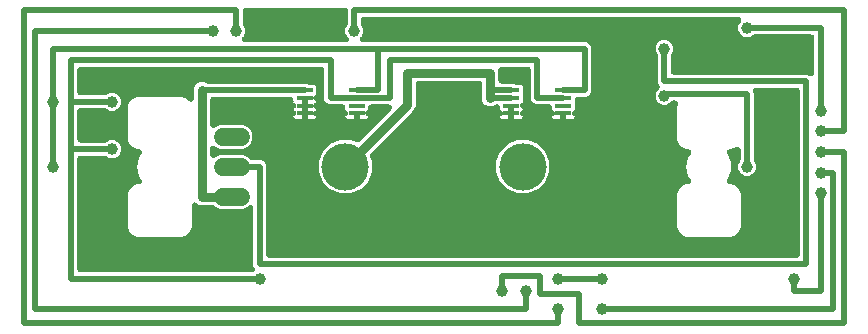
<source format=gbl>
G04 EAGLE Gerber X2 export*
%TF.Part,Single*%
%TF.FileFunction,Copper,L2,Bot,Mixed*%
%TF.FilePolarity,Positive*%
%TF.GenerationSoftware,Autodesk,EAGLE,9.1.0*%
%TF.CreationDate,2020-06-23T23:40:24Z*%
G75*
%MOMM*%
%FSLAX34Y34*%
%LPD*%
%AMOC8*
5,1,8,0,0,1.08239X$1,22.5*%
G01*
%ADD10R,1.400000X0.450000*%
%ADD11C,1.524000*%
%ADD12C,1.000000*%
%ADD13C,0.500000*%
%ADD14C,4.000000*%
%ADD15C,0.800000*%

G36*
X258298Y55509D02*
X258298Y55509D01*
X258391Y55508D01*
X258520Y55529D01*
X258650Y55541D01*
X258740Y55565D01*
X258832Y55581D01*
X258955Y55625D01*
X259080Y55659D01*
X259165Y55700D01*
X259253Y55731D01*
X259366Y55796D01*
X259483Y55852D01*
X259559Y55907D01*
X259640Y55954D01*
X259740Y56038D01*
X259845Y56114D01*
X259910Y56182D01*
X259981Y56242D01*
X260064Y56343D01*
X260155Y56436D01*
X260206Y56514D01*
X260266Y56586D01*
X260330Y56700D01*
X260402Y56808D01*
X260439Y56894D01*
X260485Y56976D01*
X260527Y57099D01*
X260579Y57219D01*
X260600Y57309D01*
X260631Y57398D01*
X260651Y57527D01*
X260680Y57654D01*
X260685Y57747D01*
X260699Y57839D01*
X260696Y57970D01*
X260702Y58100D01*
X260690Y58192D01*
X260688Y58286D01*
X260661Y58414D01*
X260644Y58543D01*
X260616Y58632D01*
X260597Y58723D01*
X260514Y58956D01*
X259499Y61406D01*
X259499Y110133D01*
X259487Y110269D01*
X259484Y110406D01*
X259467Y110491D01*
X259459Y110578D01*
X259423Y110710D01*
X259396Y110844D01*
X259364Y110924D01*
X259341Y111008D01*
X259282Y111132D01*
X259231Y111259D01*
X259185Y111333D01*
X259148Y111411D01*
X259067Y111522D01*
X258995Y111638D01*
X258937Y111702D01*
X258886Y111773D01*
X258787Y111868D01*
X258695Y111969D01*
X258626Y112022D01*
X258564Y112082D01*
X258450Y112158D01*
X258341Y112242D01*
X258264Y112281D01*
X258192Y112330D01*
X258066Y112384D01*
X257944Y112447D01*
X257861Y112472D01*
X257781Y112507D01*
X257649Y112538D01*
X257517Y112578D01*
X257431Y112588D01*
X257346Y112608D01*
X257210Y112615D01*
X257074Y112631D01*
X256987Y112626D01*
X256900Y112630D01*
X256765Y112612D01*
X256628Y112604D01*
X256543Y112584D01*
X256457Y112572D01*
X256327Y112531D01*
X256194Y112498D01*
X256114Y112463D01*
X256032Y112437D01*
X255911Y112373D01*
X255786Y112317D01*
X255714Y112268D01*
X255637Y112228D01*
X255529Y112143D01*
X255416Y112066D01*
X255315Y111974D01*
X255286Y111951D01*
X255270Y111934D01*
X255233Y111900D01*
X254353Y111020D01*
X250633Y109479D01*
X231367Y109479D01*
X227647Y111020D01*
X226800Y111867D01*
X226657Y111987D01*
X226517Y112111D01*
X226485Y112130D01*
X226457Y112154D01*
X226295Y112246D01*
X226135Y112343D01*
X226101Y112356D01*
X226069Y112374D01*
X225893Y112436D01*
X225719Y112503D01*
X225682Y112510D01*
X225647Y112523D01*
X225463Y112552D01*
X225280Y112587D01*
X225229Y112590D01*
X225206Y112593D01*
X225169Y112592D01*
X225033Y112599D01*
X214607Y112599D01*
X212034Y113665D01*
X211632Y114067D01*
X211527Y114155D01*
X211429Y114250D01*
X211356Y114298D01*
X211289Y114354D01*
X211171Y114421D01*
X211057Y114497D01*
X210977Y114531D01*
X210901Y114574D01*
X210772Y114620D01*
X210646Y114674D01*
X210562Y114694D01*
X210480Y114722D01*
X210345Y114744D01*
X210211Y114775D01*
X210125Y114779D01*
X210039Y114793D01*
X209902Y114791D01*
X209765Y114797D01*
X209679Y114786D01*
X209592Y114784D01*
X209458Y114757D01*
X209322Y114740D01*
X209239Y114713D01*
X209154Y114696D01*
X209027Y114645D01*
X208897Y114604D01*
X208820Y114563D01*
X208739Y114531D01*
X208623Y114459D01*
X208502Y114395D01*
X208433Y114341D01*
X208360Y114295D01*
X208258Y114203D01*
X208151Y114119D01*
X208093Y114054D01*
X208029Y113995D01*
X207945Y113887D01*
X207854Y113784D01*
X207809Y113710D01*
X207756Y113641D01*
X207693Y113520D01*
X207622Y113403D01*
X207591Y113322D01*
X207551Y113244D01*
X207511Y113114D01*
X207462Y112986D01*
X207445Y112900D01*
X207420Y112817D01*
X207404Y112682D01*
X207378Y112547D01*
X207371Y112411D01*
X207367Y112374D01*
X207368Y112350D01*
X207366Y112300D01*
X207366Y93978D01*
X205818Y90242D01*
X202958Y87382D01*
X199222Y85834D01*
X161178Y85834D01*
X157442Y87382D01*
X154582Y90242D01*
X153034Y93978D01*
X153034Y122022D01*
X154582Y125758D01*
X157442Y128618D01*
X161178Y130166D01*
X162768Y130166D01*
X162931Y130180D01*
X163095Y130187D01*
X163153Y130200D01*
X163213Y130206D01*
X163371Y130249D01*
X163531Y130285D01*
X163586Y130308D01*
X163643Y130324D01*
X163791Y130395D01*
X163942Y130459D01*
X163992Y130492D01*
X164046Y130517D01*
X164179Y130614D01*
X164316Y130703D01*
X164360Y130744D01*
X164408Y130779D01*
X164522Y130898D01*
X164641Y131010D01*
X164676Y131058D01*
X164717Y131101D01*
X164808Y131238D01*
X164905Y131370D01*
X164932Y131424D01*
X164965Y131473D01*
X165030Y131624D01*
X165102Y131771D01*
X165118Y131829D01*
X165142Y131884D01*
X165179Y132043D01*
X165224Y132201D01*
X165229Y132261D01*
X165243Y132319D01*
X165251Y132482D01*
X165267Y132646D01*
X165262Y132705D01*
X165265Y132765D01*
X165244Y132927D01*
X165230Y133091D01*
X165215Y133149D01*
X165207Y133208D01*
X165157Y133364D01*
X165115Y133523D01*
X165090Y133577D01*
X165072Y133633D01*
X164995Y133778D01*
X164925Y133927D01*
X164878Y133998D01*
X164863Y134028D01*
X164841Y134056D01*
X164790Y134134D01*
X162542Y137227D01*
X160890Y145000D01*
X162542Y152773D01*
X164790Y155866D01*
X164874Y156007D01*
X164965Y156143D01*
X164988Y156198D01*
X165019Y156249D01*
X165077Y156403D01*
X165142Y156554D01*
X165155Y156612D01*
X165176Y156667D01*
X165206Y156829D01*
X165243Y156989D01*
X165246Y157048D01*
X165257Y157107D01*
X165257Y157271D01*
X165265Y157435D01*
X165257Y157494D01*
X165257Y157554D01*
X165228Y157715D01*
X165207Y157878D01*
X165189Y157935D01*
X165179Y157993D01*
X165121Y158147D01*
X165072Y158303D01*
X165044Y158356D01*
X165023Y158412D01*
X164939Y158553D01*
X164863Y158698D01*
X164826Y158745D01*
X164795Y158796D01*
X164688Y158920D01*
X164586Y159049D01*
X164542Y159089D01*
X164503Y159134D01*
X164375Y159237D01*
X164252Y159346D01*
X164201Y159377D01*
X164155Y159414D01*
X164011Y159493D01*
X163871Y159578D01*
X163815Y159599D01*
X163763Y159628D01*
X163607Y159679D01*
X163454Y159738D01*
X163395Y159749D01*
X163339Y159768D01*
X163176Y159791D01*
X163015Y159822D01*
X162929Y159826D01*
X162896Y159831D01*
X162861Y159830D01*
X162768Y159834D01*
X161178Y159834D01*
X157442Y161382D01*
X154582Y164242D01*
X153034Y167978D01*
X153034Y196022D01*
X154582Y199758D01*
X157442Y202618D01*
X161178Y204166D01*
X199222Y204166D01*
X202958Y202618D01*
X204733Y200844D01*
X204838Y200756D01*
X204936Y200661D01*
X205009Y200613D01*
X205076Y200557D01*
X205195Y200490D01*
X205308Y200414D01*
X205388Y200380D01*
X205464Y200337D01*
X205593Y200291D01*
X205719Y200237D01*
X205803Y200217D01*
X205885Y200188D01*
X206021Y200167D01*
X206154Y200136D01*
X206240Y200132D01*
X206326Y200118D01*
X206463Y200120D01*
X206600Y200114D01*
X206686Y200125D01*
X206773Y200127D01*
X206907Y200154D01*
X207043Y200171D01*
X207126Y200198D01*
X207211Y200215D01*
X207338Y200265D01*
X207468Y200307D01*
X207545Y200348D01*
X207626Y200380D01*
X207742Y200452D01*
X207863Y200516D01*
X207931Y200570D01*
X208005Y200616D01*
X208107Y200708D01*
X208214Y200792D01*
X208272Y200857D01*
X208336Y200916D01*
X208420Y201024D01*
X208511Y201126D01*
X208556Y201201D01*
X208609Y201270D01*
X208672Y201391D01*
X208743Y201508D01*
X208774Y201589D01*
X208814Y201667D01*
X208854Y201797D01*
X208903Y201925D01*
X208920Y202011D01*
X208945Y202094D01*
X208961Y202229D01*
X208987Y202364D01*
X208994Y202500D01*
X208998Y202537D01*
X208997Y202561D01*
X208999Y202611D01*
X208999Y211143D01*
X210065Y213716D01*
X212034Y215685D01*
X214607Y216751D01*
X217393Y216751D01*
X220199Y215588D01*
X220332Y215507D01*
X220367Y215494D01*
X220399Y215476D01*
X220575Y215414D01*
X220749Y215347D01*
X220785Y215340D01*
X220820Y215327D01*
X221005Y215298D01*
X221188Y215263D01*
X221238Y215260D01*
X221261Y215257D01*
X221298Y215258D01*
X221435Y215251D01*
X304094Y215251D01*
X305445Y214691D01*
X305582Y214648D01*
X305716Y214597D01*
X305795Y214582D01*
X305872Y214558D01*
X306014Y214540D01*
X306155Y214513D01*
X306278Y214507D01*
X306315Y214502D01*
X306342Y214504D01*
X306402Y214501D01*
X311036Y214501D01*
X312501Y213036D01*
X312501Y206313D01*
X312519Y206111D01*
X312534Y205908D01*
X312539Y205882D01*
X312541Y205868D01*
X312541Y205731D01*
X312472Y205718D01*
X312376Y205709D01*
X312254Y205676D01*
X312129Y205652D01*
X312039Y205617D01*
X311946Y205591D01*
X311831Y205536D01*
X311712Y205490D01*
X311630Y205440D01*
X311543Y205398D01*
X311440Y205323D01*
X311331Y205257D01*
X311209Y205156D01*
X311181Y205136D01*
X311168Y205123D01*
X311140Y205099D01*
X311007Y204955D01*
X310871Y204813D01*
X310856Y204791D01*
X310837Y204770D01*
X310732Y204605D01*
X310624Y204441D01*
X310613Y204416D01*
X310598Y204393D01*
X310524Y204211D01*
X310447Y204031D01*
X310441Y204005D01*
X310430Y203979D01*
X310390Y203787D01*
X310346Y203596D01*
X310344Y203569D01*
X310339Y203542D01*
X310333Y203346D01*
X310324Y203150D01*
X310327Y203123D01*
X310326Y203095D01*
X310356Y202901D01*
X310381Y202707D01*
X310390Y202681D01*
X310394Y202654D01*
X310458Y202468D01*
X310517Y202281D01*
X310530Y202257D01*
X310539Y202231D01*
X310634Y202060D01*
X310726Y201887D01*
X310743Y201865D01*
X310756Y201841D01*
X310880Y201690D01*
X311002Y201536D01*
X311023Y201517D01*
X311040Y201496D01*
X311189Y201370D01*
X311336Y201239D01*
X311360Y201225D01*
X311381Y201207D01*
X311551Y201109D01*
X311718Y201007D01*
X311744Y200997D01*
X311767Y200983D01*
X311952Y200917D01*
X312135Y200847D01*
X312162Y200841D01*
X312188Y200832D01*
X312380Y200800D01*
X312541Y200769D01*
X312541Y200666D01*
X312536Y200647D01*
X312521Y200565D01*
X312498Y200485D01*
X312483Y200345D01*
X312459Y200207D01*
X312460Y200124D01*
X312451Y200040D01*
X312461Y199900D01*
X312462Y199760D01*
X312477Y199678D01*
X312484Y199595D01*
X312536Y199353D01*
X312541Y199334D01*
X312541Y199234D01*
X312491Y199229D01*
X312471Y199227D01*
X312282Y199211D01*
X312279Y199210D01*
X312274Y199209D01*
X312266Y199207D01*
X312258Y199206D01*
X312051Y199148D01*
X312047Y199147D01*
X311851Y199094D01*
X311848Y199092D01*
X311843Y199091D01*
X311836Y199087D01*
X311828Y199085D01*
X311601Y198986D01*
X311601Y198985D01*
X311527Y198940D01*
X311448Y198902D01*
X311444Y198900D01*
X311441Y198898D01*
X311334Y198820D01*
X311221Y198751D01*
X311156Y198692D01*
X311085Y198641D01*
X311082Y198638D01*
X311079Y198636D01*
X310988Y198541D01*
X310889Y198452D01*
X310835Y198383D01*
X310775Y198320D01*
X310772Y198316D01*
X310769Y198314D01*
X310697Y198205D01*
X310615Y198099D01*
X310575Y198022D01*
X310526Y197949D01*
X310524Y197944D01*
X310522Y197942D01*
X310471Y197822D01*
X310408Y197703D01*
X310382Y197620D01*
X310348Y197540D01*
X310346Y197534D01*
X310345Y197532D01*
X310316Y197406D01*
X310276Y197277D01*
X310265Y197190D01*
X310245Y197105D01*
X310245Y197099D01*
X310244Y197096D01*
X310237Y196968D01*
X310221Y196833D01*
X310226Y196746D01*
X310221Y196659D01*
X310222Y196653D01*
X310222Y196650D01*
X310238Y196523D01*
X310246Y196387D01*
X310266Y196302D01*
X310277Y196216D01*
X310279Y196210D01*
X310279Y196207D01*
X310318Y196085D01*
X310350Y195953D01*
X310385Y195873D01*
X310411Y195790D01*
X310414Y195785D01*
X310415Y195781D01*
X310476Y195667D01*
X310530Y195544D01*
X310579Y195471D01*
X310619Y195394D01*
X310623Y195390D01*
X310624Y195387D01*
X310705Y195285D01*
X310779Y195174D01*
X310840Y195111D01*
X310894Y195042D01*
X310898Y195039D01*
X310900Y195036D01*
X310998Y194949D01*
X311091Y194853D01*
X311162Y194803D01*
X311227Y194745D01*
X311232Y194741D01*
X311235Y194739D01*
X311243Y194734D01*
X311433Y194607D01*
X311445Y194601D01*
X311455Y194594D01*
X311538Y194555D01*
X311616Y194507D01*
X311728Y194464D01*
X311835Y194412D01*
X311848Y194409D01*
X311859Y194403D01*
X311947Y194380D01*
X312033Y194347D01*
X312151Y194324D01*
X312266Y194292D01*
X312279Y194291D01*
X312290Y194288D01*
X312380Y194280D01*
X312472Y194263D01*
X312541Y194259D01*
X312541Y194165D01*
X312536Y194147D01*
X312521Y194065D01*
X312498Y193985D01*
X312483Y193845D01*
X312459Y193707D01*
X312460Y193623D01*
X312451Y193541D01*
X312461Y193401D01*
X312462Y193260D01*
X312478Y193178D01*
X312484Y193095D01*
X312536Y192853D01*
X312541Y192835D01*
X312541Y192736D01*
X312463Y192726D01*
X312274Y192709D01*
X312241Y192700D01*
X312207Y192696D01*
X312026Y192641D01*
X311843Y192591D01*
X311812Y192576D01*
X311779Y192566D01*
X311555Y192462D01*
X311554Y192461D01*
X311499Y192426D01*
X311441Y192398D01*
X311440Y192397D01*
X311312Y192305D01*
X311179Y192219D01*
X311131Y192174D01*
X311078Y192136D01*
X310969Y192022D01*
X310853Y191913D01*
X310814Y191861D01*
X310769Y191813D01*
X310681Y191682D01*
X310587Y191555D01*
X310558Y191496D01*
X310521Y191441D01*
X310459Y191296D01*
X310389Y191155D01*
X310370Y191091D01*
X310344Y191031D01*
X310309Y190878D01*
X310265Y190725D01*
X310258Y190660D01*
X310243Y190596D01*
X310235Y190439D01*
X310219Y190281D01*
X310224Y190215D01*
X310221Y190150D01*
X310242Y189993D01*
X310254Y189836D01*
X310270Y189772D01*
X310279Y189707D01*
X310327Y189556D01*
X310367Y189404D01*
X310394Y189344D01*
X310414Y189281D01*
X310488Y189142D01*
X310555Y188998D01*
X310593Y188945D01*
X310624Y188887D01*
X310721Y188762D01*
X310812Y188633D01*
X310859Y188587D01*
X310900Y188536D01*
X311018Y188431D01*
X311131Y188320D01*
X311185Y188283D01*
X311234Y188239D01*
X311369Y188157D01*
X311500Y188068D01*
X311560Y188041D01*
X311616Y188007D01*
X311763Y187950D01*
X311907Y187886D01*
X311971Y187870D01*
X312032Y187847D01*
X312188Y187817D01*
X312341Y187779D01*
X312407Y187775D01*
X312471Y187763D01*
X312541Y187759D01*
X312541Y187666D01*
X312368Y187019D01*
X312033Y186440D01*
X311560Y185967D01*
X310981Y185632D01*
X310334Y185459D01*
X305499Y185459D01*
X305499Y190250D01*
X305499Y196750D01*
X305499Y201750D01*
X305495Y201800D01*
X305497Y201850D01*
X305475Y202022D01*
X305459Y202195D01*
X305446Y202243D01*
X305440Y202293D01*
X305387Y202458D01*
X305341Y202626D01*
X305319Y202671D01*
X305304Y202718D01*
X305223Y202872D01*
X305148Y203028D01*
X305118Y203069D01*
X305095Y203113D01*
X304988Y203250D01*
X304886Y203390D01*
X304850Y203425D01*
X304819Y203464D01*
X304689Y203580D01*
X304564Y203700D01*
X304522Y203727D01*
X304485Y203761D01*
X304336Y203851D01*
X304192Y203947D01*
X304146Y203967D01*
X304103Y203993D01*
X303941Y204055D01*
X303782Y204124D01*
X303733Y204135D01*
X303686Y204153D01*
X303515Y204186D01*
X303346Y204225D01*
X303297Y204228D01*
X303247Y204237D01*
X303000Y204249D01*
X302950Y204245D01*
X302900Y204247D01*
X302728Y204225D01*
X302555Y204209D01*
X302507Y204196D01*
X302457Y204190D01*
X302292Y204137D01*
X302124Y204091D01*
X302079Y204069D01*
X302031Y204054D01*
X301878Y203973D01*
X301721Y203898D01*
X301681Y203868D01*
X301637Y203845D01*
X301500Y203738D01*
X301360Y203636D01*
X301325Y203600D01*
X301286Y203569D01*
X301170Y203439D01*
X301050Y203314D01*
X301022Y203272D01*
X300989Y203234D01*
X300899Y203086D01*
X300803Y202942D01*
X300783Y202896D01*
X300757Y202853D01*
X300695Y202691D01*
X300626Y202531D01*
X300615Y202483D01*
X300597Y202436D01*
X300564Y202265D01*
X300525Y202096D01*
X300522Y202046D01*
X300513Y201997D01*
X300501Y201750D01*
X300501Y196750D01*
X300501Y190250D01*
X300501Y185459D01*
X295666Y185459D01*
X295019Y185632D01*
X294440Y185967D01*
X293967Y186440D01*
X293632Y187019D01*
X293459Y187666D01*
X293459Y187764D01*
X293540Y187774D01*
X293726Y187790D01*
X293763Y187800D01*
X293800Y187805D01*
X293977Y187859D01*
X294157Y187909D01*
X294191Y187925D01*
X294227Y187936D01*
X294391Y188021D01*
X294560Y188102D01*
X294590Y188124D01*
X294623Y188141D01*
X294770Y188255D01*
X294922Y188364D01*
X294948Y188391D01*
X294977Y188414D01*
X295102Y188552D01*
X295231Y188686D01*
X295252Y188717D01*
X295277Y188745D01*
X295375Y188903D01*
X295479Y189058D01*
X295493Y189093D01*
X295513Y189124D01*
X295582Y189297D01*
X295656Y189468D01*
X295664Y189505D01*
X295678Y189540D01*
X295715Y189723D01*
X295757Y189903D01*
X295759Y189941D01*
X295766Y189977D01*
X295770Y190164D01*
X295779Y190350D01*
X295774Y190387D01*
X295775Y190424D01*
X295745Y190608D01*
X295721Y190793D01*
X295710Y190828D01*
X295704Y190865D01*
X295642Y191041D01*
X295586Y191218D01*
X295568Y191251D01*
X295556Y191286D01*
X295464Y191449D01*
X295376Y191613D01*
X295353Y191642D01*
X295335Y191675D01*
X295215Y191818D01*
X295100Y191964D01*
X295072Y191989D01*
X295048Y192018D01*
X294906Y192137D01*
X294766Y192260D01*
X294734Y192280D01*
X294705Y192304D01*
X294495Y192435D01*
X294437Y192460D01*
X294384Y192493D01*
X294234Y192551D01*
X294086Y192616D01*
X294026Y192631D01*
X293967Y192653D01*
X293809Y192684D01*
X293652Y192722D01*
X293590Y192725D01*
X293528Y192737D01*
X293459Y192741D01*
X293459Y192835D01*
X293464Y192853D01*
X293479Y192935D01*
X293502Y193015D01*
X293517Y193155D01*
X293541Y193293D01*
X293540Y193377D01*
X293549Y193459D01*
X293539Y193599D01*
X293538Y193740D01*
X293522Y193822D01*
X293516Y193905D01*
X293464Y194147D01*
X293459Y194165D01*
X293459Y194258D01*
X293464Y194257D01*
X293476Y194259D01*
X293489Y194259D01*
X293607Y194280D01*
X293726Y194290D01*
X293816Y194315D01*
X293905Y194330D01*
X293916Y194334D01*
X293929Y194336D01*
X294041Y194377D01*
X294157Y194409D01*
X294240Y194449D01*
X294326Y194480D01*
X294337Y194486D01*
X294349Y194490D01*
X294550Y194598D01*
X294559Y194602D01*
X294562Y194604D01*
X294567Y194607D01*
X294638Y194658D01*
X294713Y194702D01*
X294815Y194787D01*
X294921Y194864D01*
X294924Y194867D01*
X294928Y194870D01*
X294988Y194933D01*
X295055Y194989D01*
X295140Y195092D01*
X295231Y195186D01*
X295233Y195189D01*
X295236Y195193D01*
X295284Y195266D01*
X295340Y195333D01*
X295406Y195450D01*
X295478Y195558D01*
X295479Y195561D01*
X295482Y195566D01*
X295517Y195647D01*
X295560Y195722D01*
X295604Y195850D01*
X295655Y195968D01*
X295656Y195971D01*
X295658Y195977D01*
X295677Y196062D01*
X295706Y196144D01*
X295727Y196279D01*
X295756Y196403D01*
X295756Y196404D01*
X295756Y196407D01*
X295758Y196412D01*
X295762Y196500D01*
X295775Y196586D01*
X295772Y196721D01*
X295778Y196850D01*
X295778Y196853D01*
X295778Y196859D01*
X295767Y196945D01*
X295765Y197032D01*
X295737Y197165D01*
X295721Y197293D01*
X295720Y197296D01*
X295719Y197301D01*
X295692Y197385D01*
X295675Y197470D01*
X295624Y197595D01*
X295585Y197719D01*
X295583Y197721D01*
X295582Y197726D01*
X295541Y197803D01*
X295508Y197884D01*
X295437Y197998D01*
X295376Y198113D01*
X295374Y198116D01*
X295371Y198120D01*
X295317Y198189D01*
X295271Y198263D01*
X295181Y198362D01*
X295100Y198464D01*
X295097Y198467D01*
X295094Y198471D01*
X295028Y198528D01*
X294970Y198593D01*
X294864Y198674D01*
X294765Y198761D01*
X294762Y198763D01*
X294759Y198766D01*
X294684Y198811D01*
X294615Y198864D01*
X294399Y198985D01*
X294399Y198986D01*
X294391Y198989D01*
X294384Y198993D01*
X294380Y198994D01*
X294376Y198997D01*
X294181Y199071D01*
X293983Y199149D01*
X293975Y199150D01*
X293967Y199153D01*
X293962Y199154D01*
X293959Y199156D01*
X293767Y199192D01*
X293755Y199194D01*
X293545Y199235D01*
X293536Y199236D01*
X293528Y199237D01*
X293522Y199237D01*
X293520Y199238D01*
X293513Y199238D01*
X293459Y199241D01*
X293459Y199334D01*
X293464Y199353D01*
X293479Y199435D01*
X293502Y199515D01*
X293517Y199655D01*
X293541Y199793D01*
X293540Y199877D01*
X293549Y199959D01*
X293539Y200099D01*
X293538Y200240D01*
X293522Y200322D01*
X293516Y200405D01*
X293464Y200647D01*
X293459Y200665D01*
X293459Y201750D01*
X293455Y201800D01*
X293457Y201850D01*
X293435Y202022D01*
X293419Y202195D01*
X293406Y202243D01*
X293400Y202293D01*
X293347Y202458D01*
X293301Y202626D01*
X293279Y202671D01*
X293264Y202718D01*
X293183Y202872D01*
X293108Y203028D01*
X293078Y203069D01*
X293055Y203113D01*
X292948Y203250D01*
X292846Y203390D01*
X292810Y203425D01*
X292779Y203464D01*
X292649Y203580D01*
X292524Y203700D01*
X292482Y203727D01*
X292444Y203761D01*
X292296Y203851D01*
X292152Y203947D01*
X292106Y203967D01*
X292063Y203993D01*
X291901Y204055D01*
X291741Y204124D01*
X291693Y204135D01*
X291646Y204153D01*
X291475Y204186D01*
X291306Y204225D01*
X291256Y204228D01*
X291207Y204237D01*
X290960Y204249D01*
X225500Y204249D01*
X225450Y204245D01*
X225400Y204247D01*
X225228Y204225D01*
X225055Y204209D01*
X225007Y204196D01*
X224957Y204190D01*
X224792Y204137D01*
X224624Y204091D01*
X224579Y204069D01*
X224532Y204054D01*
X224378Y203973D01*
X224222Y203898D01*
X224181Y203868D01*
X224137Y203845D01*
X224000Y203738D01*
X223860Y203636D01*
X223825Y203600D01*
X223786Y203569D01*
X223670Y203439D01*
X223550Y203314D01*
X223523Y203272D01*
X223489Y203234D01*
X223399Y203086D01*
X223303Y202942D01*
X223283Y202896D01*
X223257Y202853D01*
X223195Y202691D01*
X223126Y202531D01*
X223115Y202483D01*
X223097Y202436D01*
X223064Y202265D01*
X223025Y202096D01*
X223022Y202046D01*
X223013Y201997D01*
X223001Y201750D01*
X223001Y180367D01*
X223013Y180231D01*
X223016Y180094D01*
X223033Y180009D01*
X223041Y179922D01*
X223077Y179790D01*
X223104Y179656D01*
X223136Y179576D01*
X223159Y179492D01*
X223218Y179368D01*
X223269Y179241D01*
X223315Y179168D01*
X223352Y179089D01*
X223433Y178978D01*
X223505Y178862D01*
X223563Y178798D01*
X223614Y178727D01*
X223713Y178632D01*
X223805Y178531D01*
X223874Y178478D01*
X223936Y178418D01*
X224050Y178342D01*
X224159Y178258D01*
X224236Y178218D01*
X224308Y178170D01*
X224434Y178116D01*
X224556Y178053D01*
X224639Y178028D01*
X224719Y177993D01*
X224852Y177962D01*
X224983Y177922D01*
X225069Y177912D01*
X225154Y177892D01*
X225290Y177885D01*
X225426Y177869D01*
X225513Y177874D01*
X225600Y177870D01*
X225735Y177888D01*
X225872Y177896D01*
X225957Y177916D01*
X226043Y177928D01*
X226173Y177969D01*
X226306Y178002D01*
X226386Y178037D01*
X226468Y178063D01*
X226589Y178127D01*
X226714Y178183D01*
X226786Y178232D01*
X226863Y178272D01*
X226971Y178357D01*
X227084Y178434D01*
X227185Y178526D01*
X227214Y178549D01*
X227230Y178566D01*
X227267Y178600D01*
X227647Y178980D01*
X231367Y180521D01*
X250633Y180521D01*
X254353Y178980D01*
X257200Y176133D01*
X258741Y172413D01*
X258741Y168387D01*
X257200Y164667D01*
X254353Y161820D01*
X250633Y160279D01*
X231367Y160279D01*
X227647Y161820D01*
X227267Y162200D01*
X227162Y162288D01*
X227064Y162382D01*
X226991Y162431D01*
X226924Y162486D01*
X226806Y162554D01*
X226692Y162630D01*
X226612Y162664D01*
X226536Y162707D01*
X226407Y162752D01*
X226281Y162807D01*
X226197Y162826D01*
X226115Y162855D01*
X225980Y162877D01*
X225846Y162908D01*
X225760Y162912D01*
X225674Y162926D01*
X225537Y162923D01*
X225400Y162930D01*
X225314Y162919D01*
X225227Y162917D01*
X225093Y162890D01*
X224957Y162872D01*
X224874Y162846D01*
X224789Y162829D01*
X224662Y162778D01*
X224532Y162737D01*
X224455Y162696D01*
X224374Y162664D01*
X224258Y162592D01*
X224137Y162528D01*
X224069Y162474D01*
X223995Y162428D01*
X223893Y162336D01*
X223786Y162251D01*
X223728Y162186D01*
X223664Y162128D01*
X223580Y162020D01*
X223489Y161917D01*
X223444Y161843D01*
X223391Y161774D01*
X223328Y161652D01*
X223257Y161536D01*
X223226Y161455D01*
X223186Y161377D01*
X223146Y161246D01*
X223097Y161119D01*
X223080Y161033D01*
X223055Y160950D01*
X223039Y160814D01*
X223013Y160680D01*
X223006Y160543D01*
X223002Y160507D01*
X223003Y160483D01*
X223001Y160433D01*
X223001Y154967D01*
X223013Y154831D01*
X223016Y154694D01*
X223033Y154609D01*
X223041Y154522D01*
X223077Y154390D01*
X223104Y154256D01*
X223136Y154176D01*
X223159Y154092D01*
X223218Y153968D01*
X223269Y153841D01*
X223315Y153768D01*
X223352Y153689D01*
X223433Y153578D01*
X223505Y153462D01*
X223563Y153398D01*
X223614Y153327D01*
X223713Y153232D01*
X223805Y153131D01*
X223874Y153078D01*
X223936Y153018D01*
X224050Y152942D01*
X224159Y152858D01*
X224236Y152818D01*
X224308Y152770D01*
X224434Y152716D01*
X224556Y152653D01*
X224639Y152628D01*
X224719Y152593D01*
X224852Y152562D01*
X224983Y152522D01*
X225069Y152512D01*
X225154Y152492D01*
X225290Y152485D01*
X225426Y152469D01*
X225513Y152474D01*
X225600Y152470D01*
X225735Y152488D01*
X225872Y152496D01*
X225957Y152516D01*
X226043Y152528D01*
X226173Y152569D01*
X226306Y152602D01*
X226386Y152637D01*
X226468Y152663D01*
X226589Y152727D01*
X226714Y152783D01*
X226786Y152832D01*
X226863Y152872D01*
X226971Y152957D01*
X227084Y153034D01*
X227185Y153126D01*
X227214Y153149D01*
X227230Y153166D01*
X227267Y153200D01*
X227647Y153580D01*
X231367Y155121D01*
X250633Y155121D01*
X254353Y153580D01*
X256700Y151233D01*
X256843Y151113D01*
X256983Y150989D01*
X257015Y150970D01*
X257043Y150946D01*
X257205Y150854D01*
X257365Y150757D01*
X257399Y150744D01*
X257431Y150726D01*
X257607Y150664D01*
X257781Y150597D01*
X257818Y150590D01*
X257853Y150577D01*
X258037Y150548D01*
X258220Y150513D01*
X258271Y150510D01*
X258294Y150507D01*
X258331Y150508D01*
X258467Y150501D01*
X266094Y150501D01*
X268116Y149663D01*
X269663Y148116D01*
X270501Y146094D01*
X270501Y70500D01*
X270505Y70450D01*
X270503Y70400D01*
X270525Y70228D01*
X270541Y70055D01*
X270554Y70007D01*
X270560Y69957D01*
X270613Y69792D01*
X270659Y69624D01*
X270681Y69579D01*
X270696Y69532D01*
X270777Y69378D01*
X270852Y69222D01*
X270882Y69181D01*
X270905Y69137D01*
X271012Y69000D01*
X271114Y68860D01*
X271150Y68825D01*
X271181Y68786D01*
X271311Y68670D01*
X271436Y68550D01*
X271478Y68523D01*
X271516Y68489D01*
X271664Y68399D01*
X271808Y68303D01*
X271854Y68283D01*
X271897Y68257D01*
X272059Y68195D01*
X272219Y68126D01*
X272267Y68115D01*
X272314Y68097D01*
X272485Y68064D01*
X272654Y68025D01*
X272704Y68022D01*
X272753Y68013D01*
X273000Y68001D01*
X719500Y68001D01*
X719550Y68005D01*
X719600Y68003D01*
X719772Y68025D01*
X719945Y68041D01*
X719993Y68054D01*
X720043Y68060D01*
X720208Y68113D01*
X720376Y68159D01*
X720421Y68181D01*
X720468Y68196D01*
X720622Y68277D01*
X720778Y68352D01*
X720819Y68382D01*
X720863Y68405D01*
X721000Y68512D01*
X721140Y68614D01*
X721175Y68650D01*
X721214Y68681D01*
X721330Y68811D01*
X721450Y68936D01*
X721477Y68978D01*
X721511Y69016D01*
X721601Y69164D01*
X721697Y69308D01*
X721717Y69354D01*
X721743Y69397D01*
X721805Y69559D01*
X721874Y69719D01*
X721885Y69767D01*
X721903Y69814D01*
X721936Y69985D01*
X721975Y70154D01*
X721978Y70204D01*
X721987Y70253D01*
X721999Y70500D01*
X721999Y209500D01*
X721995Y209550D01*
X721997Y209600D01*
X721975Y209772D01*
X721959Y209945D01*
X721946Y209993D01*
X721940Y210043D01*
X721887Y210208D01*
X721841Y210376D01*
X721819Y210421D01*
X721804Y210468D01*
X721723Y210622D01*
X721648Y210778D01*
X721618Y210819D01*
X721595Y210863D01*
X721488Y211000D01*
X721386Y211140D01*
X721350Y211175D01*
X721319Y211214D01*
X721189Y211330D01*
X721064Y211450D01*
X721022Y211477D01*
X720984Y211511D01*
X720836Y211601D01*
X720692Y211697D01*
X720646Y211717D01*
X720603Y211743D01*
X720441Y211805D01*
X720281Y211874D01*
X720233Y211885D01*
X720186Y211903D01*
X720015Y211936D01*
X719846Y211975D01*
X719796Y211978D01*
X719747Y211987D01*
X719500Y211999D01*
X684985Y211999D01*
X684892Y211991D01*
X684798Y211992D01*
X684670Y211971D01*
X684540Y211959D01*
X684450Y211935D01*
X684358Y211919D01*
X684235Y211875D01*
X684109Y211841D01*
X684025Y211800D01*
X683937Y211769D01*
X683824Y211704D01*
X683706Y211648D01*
X683631Y211593D01*
X683550Y211546D01*
X683450Y211462D01*
X683345Y211386D01*
X683280Y211318D01*
X683208Y211258D01*
X683125Y211157D01*
X683035Y211064D01*
X682983Y210986D01*
X682924Y210914D01*
X682860Y210800D01*
X682788Y210692D01*
X682751Y210606D01*
X682705Y210524D01*
X682662Y210401D01*
X682611Y210281D01*
X682590Y210190D01*
X682559Y210102D01*
X682539Y209973D01*
X682510Y209846D01*
X682505Y209753D01*
X682491Y209661D01*
X682494Y209530D01*
X682488Y209400D01*
X682500Y209308D01*
X682502Y209214D01*
X682528Y209086D01*
X682545Y208957D01*
X682574Y208868D01*
X682593Y208777D01*
X682676Y208544D01*
X683001Y207759D01*
X683001Y151142D01*
X683017Y150956D01*
X683029Y150770D01*
X683037Y150734D01*
X683041Y150697D01*
X683090Y150517D01*
X683134Y150336D01*
X683149Y150302D01*
X683159Y150267D01*
X683240Y150098D01*
X683316Y149928D01*
X683336Y149897D01*
X683352Y149864D01*
X683462Y149713D01*
X683567Y149558D01*
X683601Y149521D01*
X683614Y149502D01*
X683641Y149476D01*
X683733Y149375D01*
X683859Y149249D01*
X685001Y146492D01*
X685001Y143508D01*
X683859Y140751D01*
X681749Y138641D01*
X678992Y137499D01*
X676008Y137499D01*
X673251Y138641D01*
X671141Y140751D01*
X669999Y143508D01*
X669999Y146492D01*
X671141Y149249D01*
X671267Y149375D01*
X671387Y149518D01*
X671511Y149658D01*
X671530Y149689D01*
X671554Y149718D01*
X671646Y149880D01*
X671743Y150039D01*
X671756Y150074D01*
X671774Y150106D01*
X671836Y150282D01*
X671903Y150456D01*
X671910Y150493D01*
X671923Y150527D01*
X671952Y150712D01*
X671987Y150895D01*
X671990Y150945D01*
X671993Y150969D01*
X671992Y151006D01*
X671999Y151142D01*
X671999Y159389D01*
X671987Y159526D01*
X671984Y159662D01*
X671967Y159747D01*
X671959Y159834D01*
X671923Y159966D01*
X671896Y160100D01*
X671864Y160181D01*
X671841Y160265D01*
X671782Y160388D01*
X671731Y160515D01*
X671685Y160589D01*
X671648Y160667D01*
X671567Y160778D01*
X671495Y160895D01*
X671437Y160959D01*
X671386Y161029D01*
X671287Y161124D01*
X671195Y161226D01*
X671126Y161279D01*
X671064Y161339D01*
X670950Y161415D01*
X670841Y161498D01*
X670764Y161538D01*
X670692Y161586D01*
X670566Y161640D01*
X670444Y161703D01*
X670361Y161729D01*
X670281Y161763D01*
X670148Y161794D01*
X670017Y161834D01*
X669931Y161844D01*
X669846Y161864D01*
X669710Y161871D01*
X669574Y161887D01*
X669487Y161882D01*
X669400Y161886D01*
X669264Y161869D01*
X669128Y161860D01*
X669043Y161840D01*
X668957Y161829D01*
X668827Y161787D01*
X668694Y161755D01*
X668614Y161719D01*
X668532Y161693D01*
X668411Y161629D01*
X668285Y161573D01*
X668214Y161524D01*
X668137Y161484D01*
X668062Y161425D01*
X664222Y159834D01*
X662705Y159834D01*
X662579Y159823D01*
X662453Y159822D01*
X662358Y159803D01*
X662260Y159794D01*
X662138Y159761D01*
X662015Y159737D01*
X661924Y159702D01*
X661829Y159676D01*
X661716Y159621D01*
X661598Y159576D01*
X661515Y159525D01*
X661427Y159483D01*
X661324Y159409D01*
X661217Y159343D01*
X661144Y159278D01*
X661065Y159221D01*
X660977Y159130D01*
X660883Y159046D01*
X660823Y158969D01*
X660755Y158899D01*
X660686Y158794D01*
X660608Y158694D01*
X660562Y158608D01*
X660508Y158527D01*
X660458Y158411D01*
X660399Y158299D01*
X660370Y158206D01*
X660331Y158116D01*
X660303Y157994D01*
X660265Y157873D01*
X660252Y157776D01*
X660230Y157681D01*
X660224Y157556D01*
X660208Y157430D01*
X660213Y157333D01*
X660208Y157235D01*
X660224Y157110D01*
X660231Y156984D01*
X660253Y156889D01*
X660266Y156792D01*
X660304Y156672D01*
X660333Y156549D01*
X660391Y156398D01*
X660401Y156367D01*
X660409Y156351D01*
X660422Y156318D01*
X663692Y148973D01*
X663692Y141027D01*
X660422Y133682D01*
X660381Y133562D01*
X660331Y133446D01*
X660309Y133351D01*
X660277Y133259D01*
X660259Y133134D01*
X660230Y133011D01*
X660225Y132914D01*
X660210Y132817D01*
X660214Y132691D01*
X660208Y132565D01*
X660220Y132469D01*
X660223Y132371D01*
X660249Y132247D01*
X660266Y132122D01*
X660295Y132029D01*
X660315Y131934D01*
X660363Y131817D01*
X660401Y131697D01*
X660447Y131610D01*
X660484Y131520D01*
X660551Y131413D01*
X660610Y131302D01*
X660671Y131225D01*
X660723Y131143D01*
X660808Y131050D01*
X660886Y130951D01*
X660960Y130886D01*
X661026Y130814D01*
X661126Y130738D01*
X661221Y130654D01*
X661304Y130604D01*
X661382Y130545D01*
X661495Y130488D01*
X661602Y130422D01*
X661693Y130387D01*
X661781Y130343D01*
X661901Y130307D01*
X662019Y130262D01*
X662115Y130243D01*
X662209Y130216D01*
X662334Y130202D01*
X662458Y130178D01*
X662619Y130170D01*
X662653Y130166D01*
X662670Y130167D01*
X662705Y130166D01*
X664222Y130166D01*
X667958Y128618D01*
X670818Y125758D01*
X672366Y122022D01*
X672366Y93978D01*
X670818Y90242D01*
X667958Y87382D01*
X664222Y85834D01*
X626178Y85834D01*
X622442Y87382D01*
X619582Y90242D01*
X618034Y93978D01*
X618034Y122022D01*
X619582Y125758D01*
X622442Y128618D01*
X626178Y130166D01*
X627768Y130166D01*
X627931Y130180D01*
X628095Y130187D01*
X628153Y130200D01*
X628213Y130206D01*
X628371Y130249D01*
X628531Y130285D01*
X628586Y130308D01*
X628643Y130324D01*
X628791Y130395D01*
X628942Y130459D01*
X628992Y130492D01*
X629046Y130517D01*
X629179Y130614D01*
X629316Y130703D01*
X629360Y130744D01*
X629408Y130779D01*
X629522Y130898D01*
X629641Y131010D01*
X629676Y131058D01*
X629717Y131101D01*
X629808Y131238D01*
X629905Y131370D01*
X629932Y131424D01*
X629965Y131473D01*
X630030Y131624D01*
X630102Y131771D01*
X630118Y131829D01*
X630142Y131884D01*
X630179Y132043D01*
X630224Y132201D01*
X630229Y132261D01*
X630243Y132319D01*
X630251Y132482D01*
X630267Y132646D01*
X630262Y132705D01*
X630265Y132765D01*
X630244Y132927D01*
X630230Y133091D01*
X630215Y133149D01*
X630207Y133208D01*
X630157Y133364D01*
X630115Y133523D01*
X630090Y133577D01*
X630072Y133633D01*
X629995Y133778D01*
X629925Y133927D01*
X629878Y133998D01*
X629863Y134028D01*
X629841Y134056D01*
X629790Y134134D01*
X627542Y137227D01*
X625890Y145000D01*
X627542Y152773D01*
X629790Y155866D01*
X629874Y156007D01*
X629965Y156143D01*
X629988Y156198D01*
X630019Y156249D01*
X630077Y156403D01*
X630142Y156554D01*
X630155Y156612D01*
X630176Y156667D01*
X630206Y156829D01*
X630243Y156989D01*
X630246Y157048D01*
X630257Y157107D01*
X630257Y157271D01*
X630265Y157435D01*
X630257Y157494D01*
X630257Y157554D01*
X630228Y157715D01*
X630207Y157878D01*
X630189Y157935D01*
X630179Y157993D01*
X630121Y158147D01*
X630072Y158303D01*
X630044Y158356D01*
X630023Y158412D01*
X629939Y158553D01*
X629863Y158698D01*
X629826Y158745D01*
X629795Y158796D01*
X629688Y158920D01*
X629586Y159049D01*
X629542Y159089D01*
X629503Y159134D01*
X629375Y159237D01*
X629252Y159346D01*
X629201Y159377D01*
X629155Y159414D01*
X629011Y159493D01*
X628871Y159578D01*
X628815Y159599D01*
X628763Y159628D01*
X628607Y159679D01*
X628454Y159738D01*
X628395Y159749D01*
X628339Y159768D01*
X628176Y159791D01*
X628015Y159822D01*
X627929Y159826D01*
X627896Y159831D01*
X627861Y159830D01*
X627768Y159834D01*
X626178Y159834D01*
X622442Y161382D01*
X619582Y164242D01*
X618034Y167978D01*
X618034Y196022D01*
X618733Y197709D01*
X618761Y197798D01*
X618798Y197884D01*
X618827Y198010D01*
X618866Y198135D01*
X618878Y198228D01*
X618899Y198319D01*
X618905Y198449D01*
X618922Y198578D01*
X618916Y198672D01*
X618921Y198765D01*
X618904Y198894D01*
X618897Y199024D01*
X618876Y199115D01*
X618863Y199208D01*
X618824Y199332D01*
X618794Y199459D01*
X618756Y199544D01*
X618728Y199633D01*
X618667Y199749D01*
X618615Y199868D01*
X618562Y199945D01*
X618519Y200028D01*
X618438Y200131D01*
X618365Y200239D01*
X618300Y200306D01*
X618243Y200379D01*
X618145Y200466D01*
X618054Y200559D01*
X617978Y200614D01*
X617908Y200676D01*
X617797Y200743D01*
X617691Y200819D01*
X617606Y200859D01*
X617527Y200908D01*
X617405Y200955D01*
X617287Y201010D01*
X617197Y201035D01*
X617110Y201068D01*
X616982Y201093D01*
X616856Y201127D01*
X616763Y201134D01*
X616671Y201152D01*
X616424Y201164D01*
X615307Y201164D01*
X615121Y201148D01*
X614935Y201136D01*
X614899Y201128D01*
X614862Y201124D01*
X614682Y201075D01*
X614501Y201031D01*
X614467Y201016D01*
X614432Y201006D01*
X614263Y200925D01*
X614093Y200849D01*
X614062Y200829D01*
X614029Y200813D01*
X613878Y200703D01*
X613723Y200598D01*
X613686Y200564D01*
X613667Y200551D01*
X613641Y200524D01*
X613540Y200432D01*
X611749Y198641D01*
X608992Y197499D01*
X606008Y197499D01*
X603251Y198641D01*
X601141Y200751D01*
X599999Y203508D01*
X599999Y206492D01*
X601141Y209249D01*
X602789Y210897D01*
X602821Y210935D01*
X602859Y210969D01*
X602964Y211107D01*
X603076Y211240D01*
X603100Y211283D01*
X603131Y211323D01*
X603211Y211477D01*
X603296Y211628D01*
X603313Y211675D01*
X603336Y211720D01*
X603387Y211885D01*
X603445Y212050D01*
X603453Y212099D01*
X603467Y212147D01*
X603488Y212319D01*
X603515Y212491D01*
X603514Y212541D01*
X603520Y212590D01*
X603510Y212763D01*
X603506Y212937D01*
X603497Y212986D01*
X603494Y213036D01*
X603452Y213205D01*
X603418Y213375D01*
X603400Y213422D01*
X603388Y213470D01*
X603317Y213629D01*
X603253Y213790D01*
X603227Y213833D01*
X603207Y213879D01*
X603109Y214022D01*
X603017Y214169D01*
X602984Y214207D01*
X602955Y214248D01*
X602840Y214375D01*
X601999Y216406D01*
X601999Y238858D01*
X601983Y239044D01*
X601971Y239230D01*
X601963Y239266D01*
X601959Y239303D01*
X601910Y239483D01*
X601866Y239664D01*
X601851Y239698D01*
X601841Y239733D01*
X601760Y239902D01*
X601684Y240072D01*
X601664Y240103D01*
X601648Y240136D01*
X601538Y240287D01*
X601433Y240442D01*
X601399Y240479D01*
X601386Y240498D01*
X601359Y240524D01*
X601267Y240625D01*
X601141Y240751D01*
X599999Y243508D01*
X599999Y246492D01*
X601141Y249249D01*
X603251Y251359D01*
X606008Y252501D01*
X608992Y252501D01*
X611749Y251359D01*
X613859Y249249D01*
X615001Y246492D01*
X615001Y243508D01*
X613859Y240751D01*
X613733Y240625D01*
X613613Y240482D01*
X613489Y240342D01*
X613470Y240311D01*
X613446Y240282D01*
X613354Y240120D01*
X613257Y239961D01*
X613244Y239926D01*
X613226Y239894D01*
X613164Y239718D01*
X613097Y239544D01*
X613090Y239507D01*
X613077Y239473D01*
X613048Y239288D01*
X613013Y239105D01*
X613010Y239055D01*
X613007Y239031D01*
X613008Y238994D01*
X613001Y238858D01*
X613001Y225500D01*
X613005Y225450D01*
X613003Y225400D01*
X613025Y225228D01*
X613041Y225055D01*
X613054Y225007D01*
X613060Y224957D01*
X613113Y224792D01*
X613159Y224624D01*
X613181Y224579D01*
X613196Y224532D01*
X613277Y224378D01*
X613352Y224222D01*
X613382Y224181D01*
X613405Y224137D01*
X613512Y224000D01*
X613614Y223860D01*
X613650Y223825D01*
X613681Y223786D01*
X613811Y223670D01*
X613936Y223550D01*
X613978Y223523D01*
X614016Y223489D01*
X614164Y223399D01*
X614308Y223303D01*
X614354Y223283D01*
X614397Y223257D01*
X614559Y223195D01*
X614719Y223126D01*
X614767Y223115D01*
X614814Y223097D01*
X614985Y223064D01*
X615154Y223025D01*
X615204Y223022D01*
X615253Y223013D01*
X615500Y223001D01*
X728594Y223001D01*
X731044Y221986D01*
X731133Y221958D01*
X731219Y221921D01*
X731345Y221892D01*
X731470Y221853D01*
X731563Y221841D01*
X731654Y221820D01*
X731784Y221814D01*
X731913Y221797D01*
X732007Y221803D01*
X732100Y221798D01*
X732229Y221815D01*
X732359Y221822D01*
X732450Y221844D01*
X732543Y221856D01*
X732667Y221895D01*
X732794Y221925D01*
X732879Y221963D01*
X732968Y221991D01*
X733083Y222052D01*
X733203Y222104D01*
X733281Y222157D01*
X733363Y222200D01*
X733466Y222281D01*
X733574Y222354D01*
X733641Y222419D01*
X733714Y222476D01*
X733801Y222574D01*
X733894Y222665D01*
X733949Y222741D01*
X734011Y222811D01*
X734078Y222922D01*
X734154Y223028D01*
X734194Y223112D01*
X734243Y223192D01*
X734290Y223314D01*
X734345Y223432D01*
X734370Y223522D01*
X734403Y223609D01*
X734428Y223737D01*
X734462Y223863D01*
X734469Y223956D01*
X734487Y224048D01*
X734499Y224295D01*
X734499Y254500D01*
X734495Y254550D01*
X734497Y254600D01*
X734475Y254772D01*
X734459Y254945D01*
X734446Y254993D01*
X734440Y255043D01*
X734387Y255208D01*
X734341Y255376D01*
X734319Y255421D01*
X734304Y255468D01*
X734223Y255622D01*
X734148Y255778D01*
X734118Y255819D01*
X734095Y255863D01*
X733988Y256000D01*
X733886Y256140D01*
X733850Y256175D01*
X733819Y256214D01*
X733689Y256330D01*
X733564Y256450D01*
X733522Y256477D01*
X733484Y256511D01*
X733336Y256601D01*
X733192Y256697D01*
X733146Y256717D01*
X733103Y256743D01*
X732941Y256805D01*
X732781Y256874D01*
X732733Y256885D01*
X732686Y256903D01*
X732515Y256936D01*
X732346Y256975D01*
X732296Y256978D01*
X732247Y256987D01*
X732000Y256999D01*
X683642Y256999D01*
X683456Y256983D01*
X683270Y256971D01*
X683234Y256963D01*
X683197Y256959D01*
X683017Y256910D01*
X682836Y256866D01*
X682802Y256851D01*
X682767Y256841D01*
X682598Y256760D01*
X682428Y256684D01*
X682397Y256664D01*
X682364Y256648D01*
X682213Y256538D01*
X682058Y256433D01*
X682021Y256399D01*
X682002Y256386D01*
X681976Y256359D01*
X681875Y256267D01*
X681749Y256141D01*
X678992Y254999D01*
X676008Y254999D01*
X673251Y256141D01*
X671141Y258251D01*
X669999Y261008D01*
X669999Y263992D01*
X671141Y266749D01*
X671960Y267568D01*
X672048Y267673D01*
X672143Y267771D01*
X672191Y267844D01*
X672247Y267911D01*
X672314Y268030D01*
X672390Y268143D01*
X672424Y268223D01*
X672467Y268299D01*
X672513Y268428D01*
X672567Y268554D01*
X672587Y268638D01*
X672615Y268720D01*
X672637Y268855D01*
X672668Y268989D01*
X672672Y269075D01*
X672686Y269161D01*
X672683Y269298D01*
X672690Y269435D01*
X672679Y269521D01*
X672677Y269608D01*
X672650Y269742D01*
X672633Y269878D01*
X672606Y269961D01*
X672589Y270046D01*
X672538Y270173D01*
X672497Y270303D01*
X672456Y270380D01*
X672424Y270461D01*
X672352Y270577D01*
X672288Y270698D01*
X672234Y270766D01*
X672188Y270840D01*
X672096Y270942D01*
X672012Y271049D01*
X671947Y271107D01*
X671888Y271171D01*
X671780Y271255D01*
X671677Y271346D01*
X671603Y271391D01*
X671534Y271444D01*
X671413Y271507D01*
X671296Y271578D01*
X671215Y271609D01*
X671137Y271649D01*
X671007Y271689D01*
X670879Y271738D01*
X670793Y271755D01*
X670710Y271780D01*
X670575Y271796D01*
X670440Y271822D01*
X670303Y271829D01*
X670267Y271833D01*
X670243Y271832D01*
X670193Y271834D01*
X353000Y271834D01*
X352950Y271830D01*
X352900Y271832D01*
X352728Y271810D01*
X352555Y271794D01*
X352507Y271781D01*
X352457Y271775D01*
X352292Y271722D01*
X352124Y271676D01*
X352079Y271654D01*
X352032Y271639D01*
X351878Y271558D01*
X351722Y271483D01*
X351681Y271453D01*
X351637Y271430D01*
X351500Y271323D01*
X351360Y271221D01*
X351325Y271185D01*
X351286Y271154D01*
X351170Y271024D01*
X351050Y270899D01*
X351023Y270857D01*
X350989Y270819D01*
X350899Y270671D01*
X350803Y270527D01*
X350783Y270481D01*
X350757Y270438D01*
X350695Y270276D01*
X350626Y270116D01*
X350615Y270068D01*
X350597Y270021D01*
X350564Y269850D01*
X350525Y269681D01*
X350522Y269631D01*
X350513Y269582D01*
X350501Y269335D01*
X350501Y266142D01*
X350517Y265956D01*
X350529Y265770D01*
X350537Y265734D01*
X350541Y265697D01*
X350590Y265517D01*
X350634Y265336D01*
X350649Y265302D01*
X350659Y265267D01*
X350740Y265098D01*
X350816Y264928D01*
X350836Y264897D01*
X350852Y264864D01*
X350962Y264713D01*
X351067Y264558D01*
X351101Y264521D01*
X351114Y264502D01*
X351141Y264476D01*
X351233Y264375D01*
X351359Y264249D01*
X352501Y261492D01*
X352501Y258508D01*
X351359Y255751D01*
X350375Y254767D01*
X350287Y254662D01*
X350192Y254564D01*
X350144Y254491D01*
X350088Y254424D01*
X350021Y254305D01*
X349945Y254192D01*
X349911Y254112D01*
X349868Y254036D01*
X349822Y253907D01*
X349768Y253781D01*
X349748Y253697D01*
X349720Y253615D01*
X349698Y253480D01*
X349667Y253346D01*
X349663Y253260D01*
X349649Y253174D01*
X349652Y253037D01*
X349645Y252900D01*
X349656Y252814D01*
X349658Y252727D01*
X349685Y252593D01*
X349702Y252457D01*
X349729Y252374D01*
X349746Y252289D01*
X349797Y252162D01*
X349838Y252032D01*
X349879Y251955D01*
X349911Y251874D01*
X349983Y251758D01*
X350047Y251637D01*
X350101Y251569D01*
X350147Y251495D01*
X350239Y251393D01*
X350323Y251286D01*
X350388Y251228D01*
X350447Y251164D01*
X350555Y251080D01*
X350658Y250989D01*
X350732Y250944D01*
X350801Y250891D01*
X350922Y250828D01*
X351039Y250757D01*
X351120Y250726D01*
X351198Y250686D01*
X351328Y250646D01*
X351456Y250597D01*
X351542Y250580D01*
X351625Y250555D01*
X351760Y250539D01*
X351895Y250513D01*
X352032Y250506D01*
X352068Y250502D01*
X352092Y250503D01*
X352142Y250501D01*
X541094Y250501D01*
X543116Y249663D01*
X544663Y248116D01*
X545501Y246094D01*
X545501Y208656D01*
X544663Y206634D01*
X543116Y205087D01*
X541094Y204249D01*
X534000Y204249D01*
X533950Y204245D01*
X533900Y204247D01*
X533728Y204225D01*
X533555Y204209D01*
X533507Y204196D01*
X533457Y204190D01*
X533292Y204137D01*
X533124Y204091D01*
X533079Y204069D01*
X533032Y204054D01*
X532878Y203973D01*
X532722Y203898D01*
X532681Y203868D01*
X532637Y203845D01*
X532500Y203738D01*
X532360Y203636D01*
X532325Y203600D01*
X532286Y203569D01*
X532170Y203439D01*
X532050Y203314D01*
X532023Y203272D01*
X531989Y203234D01*
X531899Y203086D01*
X531803Y202942D01*
X531783Y202896D01*
X531757Y202853D01*
X531695Y202691D01*
X531626Y202531D01*
X531615Y202483D01*
X531597Y202436D01*
X531564Y202265D01*
X531525Y202096D01*
X531522Y202046D01*
X531513Y201997D01*
X531501Y201750D01*
X531501Y193313D01*
X531519Y193109D01*
X531534Y192908D01*
X531539Y192882D01*
X531541Y192868D01*
X531541Y192731D01*
X531472Y192718D01*
X531376Y192709D01*
X531254Y192676D01*
X531129Y192652D01*
X531039Y192617D01*
X530946Y192591D01*
X530831Y192536D01*
X530712Y192490D01*
X530630Y192440D01*
X530543Y192398D01*
X530440Y192323D01*
X530331Y192257D01*
X530209Y192156D01*
X530181Y192136D01*
X530168Y192123D01*
X530140Y192099D01*
X530007Y191955D01*
X529871Y191813D01*
X529856Y191791D01*
X529837Y191770D01*
X529732Y191605D01*
X529624Y191441D01*
X529613Y191416D01*
X529598Y191393D01*
X529524Y191211D01*
X529447Y191031D01*
X529441Y191005D01*
X529430Y190979D01*
X529390Y190787D01*
X529346Y190596D01*
X529344Y190569D01*
X529339Y190542D01*
X529333Y190346D01*
X529324Y190150D01*
X529327Y190123D01*
X529326Y190095D01*
X529356Y189901D01*
X529381Y189707D01*
X529390Y189681D01*
X529394Y189654D01*
X529458Y189468D01*
X529517Y189281D01*
X529530Y189257D01*
X529539Y189231D01*
X529634Y189060D01*
X529726Y188887D01*
X529743Y188865D01*
X529756Y188841D01*
X529880Y188690D01*
X530002Y188536D01*
X530023Y188517D01*
X530040Y188496D01*
X530189Y188370D01*
X530336Y188239D01*
X530360Y188225D01*
X530381Y188207D01*
X530551Y188109D01*
X530718Y188007D01*
X530744Y187997D01*
X530767Y187983D01*
X530952Y187917D01*
X531135Y187847D01*
X531162Y187841D01*
X531188Y187832D01*
X531380Y187800D01*
X531541Y187769D01*
X531541Y187666D01*
X531368Y187019D01*
X531033Y186440D01*
X530560Y185967D01*
X529981Y185632D01*
X529334Y185459D01*
X524499Y185459D01*
X524499Y189500D01*
X524495Y189550D01*
X524497Y189600D01*
X524475Y189772D01*
X524459Y189945D01*
X524446Y189993D01*
X524440Y190043D01*
X524387Y190208D01*
X524341Y190376D01*
X524319Y190421D01*
X524304Y190468D01*
X524223Y190622D01*
X524148Y190778D01*
X524118Y190819D01*
X524095Y190863D01*
X523988Y191000D01*
X523886Y191140D01*
X523850Y191175D01*
X523819Y191214D01*
X523689Y191330D01*
X523564Y191450D01*
X523522Y191477D01*
X523485Y191511D01*
X523336Y191601D01*
X523192Y191697D01*
X523146Y191717D01*
X523103Y191743D01*
X522941Y191805D01*
X522782Y191874D01*
X522733Y191885D01*
X522686Y191903D01*
X522515Y191936D01*
X522346Y191975D01*
X522297Y191978D01*
X522247Y191987D01*
X522000Y191999D01*
X521950Y191995D01*
X521900Y191997D01*
X521728Y191975D01*
X521555Y191959D01*
X521507Y191946D01*
X521457Y191940D01*
X521292Y191887D01*
X521124Y191841D01*
X521079Y191819D01*
X521031Y191804D01*
X520878Y191723D01*
X520721Y191648D01*
X520681Y191618D01*
X520637Y191595D01*
X520500Y191488D01*
X520360Y191386D01*
X520325Y191350D01*
X520286Y191319D01*
X520170Y191189D01*
X520050Y191064D01*
X520022Y191022D01*
X519989Y190984D01*
X519899Y190836D01*
X519803Y190692D01*
X519783Y190646D01*
X519757Y190603D01*
X519695Y190441D01*
X519626Y190281D01*
X519615Y190233D01*
X519597Y190186D01*
X519564Y190015D01*
X519525Y189846D01*
X519522Y189796D01*
X519513Y189747D01*
X519501Y189500D01*
X519501Y185459D01*
X514666Y185459D01*
X514019Y185632D01*
X513440Y185967D01*
X512967Y186440D01*
X512632Y187019D01*
X512459Y187666D01*
X512459Y187774D01*
X512570Y187781D01*
X512597Y187788D01*
X512624Y187790D01*
X512814Y187843D01*
X513003Y187890D01*
X513028Y187902D01*
X513055Y187909D01*
X513232Y187994D01*
X513410Y188075D01*
X513433Y188090D01*
X513457Y188102D01*
X513617Y188217D01*
X513778Y188329D01*
X513797Y188348D01*
X513819Y188364D01*
X513955Y188505D01*
X514094Y188644D01*
X514110Y188666D01*
X514129Y188686D01*
X514237Y188849D01*
X514349Y189010D01*
X514361Y189035D01*
X514376Y189058D01*
X514454Y189238D01*
X514535Y189417D01*
X514542Y189443D01*
X514553Y189468D01*
X514597Y189659D01*
X514646Y189849D01*
X514648Y189877D01*
X514654Y189903D01*
X514664Y190099D01*
X514678Y190295D01*
X514675Y190322D01*
X514676Y190350D01*
X514651Y190543D01*
X514630Y190739D01*
X514622Y190765D01*
X514619Y190793D01*
X514559Y190979D01*
X514504Y191167D01*
X514491Y191192D01*
X514483Y191218D01*
X514391Y191391D01*
X514303Y191567D01*
X514287Y191589D01*
X514274Y191613D01*
X514153Y191767D01*
X514035Y191924D01*
X514009Y191950D01*
X513998Y191964D01*
X513997Y191964D01*
X513972Y191987D01*
X513860Y192099D01*
X513759Y192176D01*
X513663Y192261D01*
X513581Y192311D01*
X513504Y192369D01*
X513390Y192427D01*
X513282Y192493D01*
X513192Y192528D01*
X513106Y192571D01*
X512984Y192608D01*
X512865Y192653D01*
X512770Y192672D01*
X512678Y192699D01*
X512551Y192713D01*
X512459Y192731D01*
X512459Y192920D01*
X512487Y193066D01*
X512488Y193093D01*
X512491Y193106D01*
X512491Y193136D01*
X512499Y193313D01*
X512499Y195250D01*
X512495Y195300D01*
X512497Y195350D01*
X512475Y195522D01*
X512459Y195695D01*
X512446Y195743D01*
X512440Y195793D01*
X512387Y195958D01*
X512341Y196126D01*
X512319Y196171D01*
X512304Y196218D01*
X512223Y196372D01*
X512148Y196528D01*
X512118Y196569D01*
X512095Y196613D01*
X511988Y196750D01*
X511886Y196890D01*
X511850Y196925D01*
X511819Y196964D01*
X511689Y197080D01*
X511564Y197200D01*
X511522Y197227D01*
X511484Y197261D01*
X511336Y197351D01*
X511192Y197447D01*
X511146Y197467D01*
X511103Y197493D01*
X510941Y197555D01*
X510781Y197624D01*
X510733Y197635D01*
X510686Y197653D01*
X510515Y197686D01*
X510346Y197725D01*
X510296Y197728D01*
X510247Y197737D01*
X510000Y197749D01*
X498906Y197749D01*
X496884Y198587D01*
X495337Y200134D01*
X494499Y202156D01*
X494499Y227000D01*
X494495Y227050D01*
X494497Y227100D01*
X494475Y227272D01*
X494459Y227445D01*
X494446Y227493D01*
X494440Y227543D01*
X494387Y227708D01*
X494341Y227876D01*
X494319Y227921D01*
X494304Y227968D01*
X494223Y228122D01*
X494148Y228278D01*
X494118Y228319D01*
X494095Y228363D01*
X493988Y228500D01*
X493886Y228640D01*
X493850Y228675D01*
X493819Y228714D01*
X493689Y228830D01*
X493564Y228950D01*
X493522Y228977D01*
X493484Y229011D01*
X493336Y229101D01*
X493192Y229197D01*
X493146Y229217D01*
X493103Y229243D01*
X492941Y229305D01*
X492781Y229374D01*
X492733Y229385D01*
X492686Y229403D01*
X492515Y229436D01*
X492346Y229475D01*
X492296Y229478D01*
X492247Y229487D01*
X492000Y229499D01*
X469351Y229499D01*
X469258Y229491D01*
X469164Y229492D01*
X469036Y229471D01*
X468906Y229459D01*
X468815Y229435D01*
X468723Y229419D01*
X468601Y229375D01*
X468475Y229341D01*
X468391Y229300D01*
X468303Y229269D01*
X468190Y229204D01*
X468072Y229148D01*
X467996Y229093D01*
X467916Y229046D01*
X467816Y228962D01*
X467710Y228886D01*
X467646Y228818D01*
X467574Y228758D01*
X467491Y228657D01*
X467401Y228564D01*
X467349Y228486D01*
X467290Y228414D01*
X467226Y228300D01*
X467154Y228192D01*
X467117Y228106D01*
X467071Y228024D01*
X467028Y227901D01*
X466977Y227781D01*
X466956Y227691D01*
X466925Y227602D01*
X466905Y227473D01*
X466876Y227346D01*
X466871Y227253D01*
X466857Y227161D01*
X466860Y227030D01*
X466853Y226900D01*
X466866Y226807D01*
X466868Y226714D01*
X466894Y226586D01*
X466911Y226457D01*
X466939Y226368D01*
X466958Y226277D01*
X467001Y226158D01*
X467001Y218000D01*
X467005Y217950D01*
X467003Y217900D01*
X467025Y217728D01*
X467041Y217555D01*
X467054Y217507D01*
X467060Y217457D01*
X467113Y217292D01*
X467159Y217124D01*
X467181Y217079D01*
X467196Y217032D01*
X467277Y216878D01*
X467352Y216722D01*
X467382Y216681D01*
X467405Y216637D01*
X467512Y216500D01*
X467614Y216360D01*
X467650Y216325D01*
X467681Y216286D01*
X467811Y216170D01*
X467936Y216050D01*
X467978Y216023D01*
X468016Y215989D01*
X468164Y215899D01*
X468308Y215803D01*
X468354Y215783D01*
X468397Y215757D01*
X468559Y215695D01*
X468719Y215626D01*
X468767Y215615D01*
X468814Y215597D01*
X468985Y215564D01*
X469154Y215525D01*
X469204Y215522D01*
X469253Y215513D01*
X469500Y215501D01*
X479094Y215501D01*
X481049Y214691D01*
X481186Y214648D01*
X481320Y214597D01*
X481399Y214582D01*
X481475Y214558D01*
X481617Y214540D01*
X481758Y214513D01*
X481881Y214507D01*
X481919Y214502D01*
X481946Y214504D01*
X482005Y214501D01*
X486036Y214501D01*
X487501Y213036D01*
X487501Y199813D01*
X487519Y199611D01*
X487534Y199408D01*
X487539Y199382D01*
X487541Y199368D01*
X487541Y199231D01*
X487472Y199218D01*
X487376Y199209D01*
X487254Y199176D01*
X487129Y199152D01*
X487039Y199117D01*
X486946Y199091D01*
X486831Y199036D01*
X486712Y198990D01*
X486630Y198940D01*
X486543Y198898D01*
X486440Y198823D01*
X486331Y198757D01*
X486209Y198656D01*
X486181Y198636D01*
X486168Y198623D01*
X486140Y198599D01*
X486007Y198455D01*
X485871Y198313D01*
X485856Y198291D01*
X485837Y198270D01*
X485732Y198105D01*
X485624Y197941D01*
X485613Y197916D01*
X485598Y197893D01*
X485524Y197711D01*
X485447Y197531D01*
X485441Y197505D01*
X485430Y197479D01*
X485390Y197287D01*
X485346Y197096D01*
X485344Y197069D01*
X485339Y197042D01*
X485333Y196844D01*
X485324Y196650D01*
X485327Y196623D01*
X485326Y196595D01*
X485356Y196401D01*
X485381Y196207D01*
X485390Y196181D01*
X485394Y196154D01*
X485458Y195968D01*
X485517Y195781D01*
X485530Y195757D01*
X485539Y195731D01*
X485634Y195560D01*
X485726Y195387D01*
X485743Y195365D01*
X485756Y195341D01*
X485880Y195190D01*
X486002Y195036D01*
X486023Y195017D01*
X486040Y194996D01*
X486189Y194870D01*
X486336Y194739D01*
X486360Y194725D01*
X486381Y194707D01*
X486551Y194609D01*
X486718Y194507D01*
X486744Y194497D01*
X486767Y194483D01*
X486952Y194417D01*
X487135Y194347D01*
X487162Y194341D01*
X487188Y194332D01*
X487380Y194300D01*
X487541Y194269D01*
X487541Y194165D01*
X487536Y194147D01*
X487521Y194065D01*
X487498Y193985D01*
X487483Y193845D01*
X487459Y193707D01*
X487460Y193623D01*
X487451Y193541D01*
X487461Y193401D01*
X487462Y193260D01*
X487478Y193178D01*
X487484Y193095D01*
X487536Y192853D01*
X487541Y192835D01*
X487541Y192739D01*
X487435Y192724D01*
X487274Y192709D01*
X487214Y192693D01*
X487152Y192684D01*
X486999Y192634D01*
X486843Y192591D01*
X486787Y192564D01*
X486727Y192544D01*
X486505Y192435D01*
X486474Y192414D01*
X486441Y192398D01*
X486440Y192398D01*
X486440Y192397D01*
X486289Y192288D01*
X486135Y192184D01*
X486108Y192157D01*
X486078Y192136D01*
X485949Y192001D01*
X485816Y191871D01*
X485795Y191840D01*
X485769Y191813D01*
X485666Y191659D01*
X485558Y191506D01*
X485542Y191472D01*
X485521Y191441D01*
X485448Y191270D01*
X485369Y191102D01*
X485359Y191065D01*
X485344Y191031D01*
X485302Y190850D01*
X485255Y190670D01*
X485252Y190632D01*
X485243Y190596D01*
X485234Y190411D01*
X485219Y190225D01*
X485223Y190187D01*
X485221Y190150D01*
X485245Y189965D01*
X485264Y189780D01*
X485274Y189744D01*
X485279Y189707D01*
X485335Y189529D01*
X485387Y189351D01*
X485403Y189317D01*
X485414Y189281D01*
X485502Y189117D01*
X485584Y188950D01*
X485606Y188920D01*
X485624Y188887D01*
X485739Y188740D01*
X485849Y188591D01*
X485877Y188565D01*
X485900Y188536D01*
X486039Y188412D01*
X486175Y188284D01*
X486206Y188264D01*
X486234Y188239D01*
X486393Y188142D01*
X486549Y188041D01*
X486584Y188026D01*
X486616Y188007D01*
X486789Y187940D01*
X486961Y187868D01*
X486998Y187860D01*
X487032Y187847D01*
X487215Y187812D01*
X487397Y187771D01*
X487435Y187770D01*
X487471Y187763D01*
X487541Y187759D01*
X487541Y187666D01*
X487368Y187019D01*
X487033Y186440D01*
X486560Y185967D01*
X485981Y185632D01*
X485334Y185459D01*
X480499Y185459D01*
X480499Y190250D01*
X480499Y195250D01*
X480495Y195300D01*
X480497Y195350D01*
X480475Y195522D01*
X480459Y195695D01*
X480446Y195743D01*
X480440Y195793D01*
X480387Y195958D01*
X480341Y196126D01*
X480319Y196171D01*
X480304Y196218D01*
X480223Y196372D01*
X480148Y196528D01*
X480118Y196569D01*
X480095Y196613D01*
X479988Y196750D01*
X479886Y196890D01*
X479850Y196925D01*
X479819Y196964D01*
X479689Y197080D01*
X479564Y197200D01*
X479522Y197227D01*
X479485Y197261D01*
X479336Y197351D01*
X479192Y197447D01*
X479146Y197467D01*
X479103Y197493D01*
X478941Y197555D01*
X478782Y197624D01*
X478733Y197635D01*
X478686Y197653D01*
X478515Y197686D01*
X478346Y197725D01*
X478297Y197728D01*
X478247Y197737D01*
X478000Y197749D01*
X477950Y197745D01*
X477900Y197747D01*
X477728Y197725D01*
X477555Y197709D01*
X477507Y197696D01*
X477457Y197690D01*
X477292Y197637D01*
X477124Y197591D01*
X477079Y197569D01*
X477031Y197554D01*
X476878Y197473D01*
X476721Y197398D01*
X476681Y197368D01*
X476637Y197345D01*
X476500Y197238D01*
X476360Y197136D01*
X476325Y197100D01*
X476286Y197069D01*
X476170Y196939D01*
X476050Y196814D01*
X476022Y196772D01*
X475989Y196734D01*
X475899Y196586D01*
X475803Y196442D01*
X475783Y196396D01*
X475757Y196353D01*
X475695Y196191D01*
X475626Y196031D01*
X475615Y195983D01*
X475597Y195936D01*
X475564Y195765D01*
X475525Y195596D01*
X475522Y195546D01*
X475513Y195497D01*
X475501Y195250D01*
X475501Y190250D01*
X475501Y185459D01*
X470666Y185459D01*
X470019Y185632D01*
X469440Y185967D01*
X468967Y186440D01*
X468632Y187019D01*
X468459Y187666D01*
X468459Y187764D01*
X468540Y187774D01*
X468726Y187790D01*
X468763Y187800D01*
X468800Y187805D01*
X468977Y187859D01*
X469157Y187909D01*
X469191Y187925D01*
X469227Y187936D01*
X469391Y188021D01*
X469560Y188102D01*
X469590Y188124D01*
X469623Y188141D01*
X469770Y188255D01*
X469922Y188364D01*
X469948Y188391D01*
X469977Y188414D01*
X470102Y188552D01*
X470231Y188686D01*
X470252Y188717D01*
X470277Y188745D01*
X470375Y188903D01*
X470479Y189058D01*
X470493Y189093D01*
X470513Y189124D01*
X470582Y189297D01*
X470656Y189468D01*
X470664Y189505D01*
X470678Y189540D01*
X470715Y189723D01*
X470757Y189903D01*
X470759Y189941D01*
X470766Y189977D01*
X470770Y190164D01*
X470779Y190350D01*
X470774Y190387D01*
X470775Y190424D01*
X470745Y190608D01*
X470721Y190793D01*
X470710Y190828D01*
X470704Y190865D01*
X470642Y191041D01*
X470586Y191218D01*
X470568Y191251D01*
X470556Y191286D01*
X470464Y191449D01*
X470376Y191613D01*
X470353Y191642D01*
X470335Y191675D01*
X470215Y191818D01*
X470100Y191964D01*
X470072Y191989D01*
X470048Y192018D01*
X469906Y192137D01*
X469766Y192260D01*
X469734Y192280D01*
X469705Y192304D01*
X469495Y192435D01*
X469437Y192460D01*
X469384Y192493D01*
X469234Y192551D01*
X469086Y192616D01*
X469026Y192631D01*
X468967Y192653D01*
X468809Y192684D01*
X468652Y192722D01*
X468590Y192725D01*
X468528Y192737D01*
X468459Y192741D01*
X468459Y192835D01*
X468464Y192853D01*
X468479Y192935D01*
X468502Y193015D01*
X468517Y193155D01*
X468541Y193293D01*
X468540Y193377D01*
X468549Y193459D01*
X468539Y193599D01*
X468538Y193740D01*
X468522Y193822D01*
X468516Y193905D01*
X468464Y194147D01*
X468459Y194165D01*
X468459Y195250D01*
X468455Y195300D01*
X468457Y195350D01*
X468435Y195522D01*
X468419Y195695D01*
X468406Y195743D01*
X468400Y195793D01*
X468347Y195958D01*
X468301Y196126D01*
X468279Y196171D01*
X468264Y196218D01*
X468183Y196372D01*
X468108Y196528D01*
X468078Y196569D01*
X468055Y196613D01*
X467948Y196750D01*
X467846Y196890D01*
X467810Y196925D01*
X467779Y196964D01*
X467649Y197080D01*
X467524Y197200D01*
X467482Y197227D01*
X467444Y197261D01*
X467296Y197351D01*
X467152Y197447D01*
X467106Y197467D01*
X467063Y197493D01*
X466901Y197555D01*
X466741Y197624D01*
X466693Y197635D01*
X466646Y197653D01*
X466475Y197686D01*
X466306Y197725D01*
X466256Y197728D01*
X466207Y197737D01*
X465960Y197749D01*
X465435Y197749D01*
X465249Y197733D01*
X465063Y197721D01*
X465027Y197713D01*
X464990Y197709D01*
X464810Y197660D01*
X464629Y197616D01*
X464595Y197601D01*
X464559Y197591D01*
X464391Y197510D01*
X464221Y197434D01*
X464190Y197414D01*
X464157Y197398D01*
X464146Y197390D01*
X461393Y196249D01*
X458607Y196249D01*
X456034Y197315D01*
X454065Y199284D01*
X452999Y201857D01*
X452999Y215250D01*
X452995Y215300D01*
X452997Y215350D01*
X452975Y215522D01*
X452959Y215695D01*
X452946Y215743D01*
X452940Y215793D01*
X452887Y215958D01*
X452841Y216126D01*
X452819Y216171D01*
X452804Y216218D01*
X452723Y216372D01*
X452648Y216528D01*
X452618Y216569D01*
X452595Y216613D01*
X452488Y216750D01*
X452386Y216890D01*
X452350Y216925D01*
X452319Y216964D01*
X452189Y217080D01*
X452064Y217200D01*
X452022Y217227D01*
X451984Y217261D01*
X451836Y217351D01*
X451692Y217447D01*
X451646Y217467D01*
X451603Y217493D01*
X451441Y217555D01*
X451281Y217624D01*
X451233Y217635D01*
X451186Y217653D01*
X451015Y217686D01*
X450846Y217725D01*
X450796Y217728D01*
X450747Y217737D01*
X450500Y217749D01*
X399500Y217749D01*
X399450Y217745D01*
X399400Y217747D01*
X399228Y217725D01*
X399055Y217709D01*
X399007Y217696D01*
X398957Y217690D01*
X398792Y217637D01*
X398624Y217591D01*
X398579Y217569D01*
X398532Y217554D01*
X398378Y217473D01*
X398222Y217398D01*
X398181Y217368D01*
X398137Y217345D01*
X398000Y217238D01*
X397860Y217136D01*
X397825Y217100D01*
X397786Y217069D01*
X397670Y216939D01*
X397550Y216814D01*
X397523Y216772D01*
X397489Y216734D01*
X397399Y216586D01*
X397303Y216442D01*
X397283Y216396D01*
X397257Y216353D01*
X397195Y216191D01*
X397126Y216031D01*
X397115Y215983D01*
X397097Y215936D01*
X397064Y215765D01*
X397025Y215596D01*
X397022Y215546D01*
X397013Y215497D01*
X397001Y215250D01*
X397001Y196107D01*
X395935Y193534D01*
X393614Y191214D01*
X358802Y156401D01*
X358798Y156396D01*
X358793Y156392D01*
X358653Y156224D01*
X358516Y156059D01*
X358512Y156053D01*
X358508Y156048D01*
X358400Y155855D01*
X358295Y155670D01*
X358293Y155664D01*
X358289Y155658D01*
X358217Y155449D01*
X358147Y155249D01*
X358146Y155242D01*
X358144Y155236D01*
X358110Y155022D01*
X358076Y154808D01*
X358076Y154801D01*
X358075Y154795D01*
X358081Y154576D01*
X358085Y154361D01*
X358086Y154355D01*
X358086Y154348D01*
X358131Y154133D01*
X358173Y153923D01*
X358176Y153917D01*
X358177Y153911D01*
X358260Y153678D01*
X360001Y149476D01*
X360001Y140524D01*
X356575Y132254D01*
X350246Y125925D01*
X341976Y122499D01*
X333024Y122499D01*
X324754Y125925D01*
X318425Y132254D01*
X314999Y140524D01*
X314999Y149476D01*
X318425Y157746D01*
X324754Y164075D01*
X333024Y167501D01*
X341976Y167501D01*
X346178Y165760D01*
X346184Y165758D01*
X346190Y165755D01*
X346397Y165692D01*
X346604Y165627D01*
X346611Y165626D01*
X346617Y165624D01*
X346831Y165598D01*
X347047Y165571D01*
X347054Y165572D01*
X347060Y165571D01*
X347275Y165584D01*
X347493Y165596D01*
X347500Y165597D01*
X347506Y165598D01*
X347714Y165648D01*
X347928Y165699D01*
X347934Y165702D01*
X347940Y165703D01*
X348136Y165791D01*
X348337Y165878D01*
X348343Y165882D01*
X348348Y165885D01*
X348529Y166007D01*
X348708Y166128D01*
X348713Y166132D01*
X348718Y166136D01*
X348901Y166302D01*
X376082Y193483D01*
X376170Y193588D01*
X376265Y193686D01*
X376313Y193759D01*
X376369Y193826D01*
X376436Y193944D01*
X376512Y194058D01*
X376546Y194138D01*
X376589Y194214D01*
X376635Y194343D01*
X376689Y194469D01*
X376709Y194553D01*
X376738Y194635D01*
X376759Y194771D01*
X376790Y194904D01*
X376794Y194990D01*
X376808Y195076D01*
X376805Y195213D01*
X376812Y195350D01*
X376801Y195436D01*
X376799Y195523D01*
X376772Y195657D01*
X376755Y195793D01*
X376728Y195876D01*
X376711Y195961D01*
X376661Y196088D01*
X376619Y196218D01*
X376578Y196295D01*
X376546Y196376D01*
X376474Y196492D01*
X376410Y196613D01*
X376356Y196682D01*
X376310Y196755D01*
X376218Y196857D01*
X376134Y196964D01*
X376069Y197022D01*
X376010Y197086D01*
X375902Y197170D01*
X375799Y197261D01*
X375725Y197306D01*
X375656Y197359D01*
X375535Y197422D01*
X375418Y197493D01*
X375337Y197524D01*
X375259Y197564D01*
X375129Y197604D01*
X375001Y197653D01*
X374915Y197670D01*
X374832Y197695D01*
X374697Y197711D01*
X374562Y197737D01*
X374426Y197744D01*
X374389Y197748D01*
X374365Y197747D01*
X374315Y197749D01*
X359000Y197749D01*
X358950Y197745D01*
X358900Y197747D01*
X358728Y197725D01*
X358555Y197709D01*
X358507Y197696D01*
X358457Y197690D01*
X358292Y197637D01*
X358124Y197591D01*
X358079Y197569D01*
X358032Y197554D01*
X357878Y197473D01*
X357722Y197398D01*
X357681Y197368D01*
X357637Y197345D01*
X357500Y197238D01*
X357360Y197136D01*
X357325Y197100D01*
X357286Y197069D01*
X357170Y196939D01*
X357050Y196814D01*
X357023Y196772D01*
X356989Y196734D01*
X356899Y196586D01*
X356803Y196442D01*
X356783Y196396D01*
X356757Y196353D01*
X356695Y196191D01*
X356626Y196031D01*
X356615Y195983D01*
X356597Y195936D01*
X356564Y195765D01*
X356525Y195596D01*
X356522Y195546D01*
X356513Y195497D01*
X356501Y195250D01*
X356501Y193313D01*
X356519Y193109D01*
X356534Y192908D01*
X356539Y192882D01*
X356541Y192868D01*
X356541Y192731D01*
X356472Y192718D01*
X356376Y192709D01*
X356254Y192676D01*
X356129Y192652D01*
X356039Y192617D01*
X355946Y192591D01*
X355831Y192536D01*
X355712Y192490D01*
X355630Y192440D01*
X355543Y192398D01*
X355440Y192323D01*
X355331Y192257D01*
X355209Y192156D01*
X355181Y192136D01*
X355168Y192123D01*
X355140Y192099D01*
X355007Y191955D01*
X354871Y191813D01*
X354856Y191791D01*
X354837Y191770D01*
X354732Y191605D01*
X354624Y191441D01*
X354613Y191416D01*
X354598Y191393D01*
X354524Y191211D01*
X354447Y191031D01*
X354441Y191005D01*
X354430Y190979D01*
X354390Y190787D01*
X354346Y190596D01*
X354344Y190569D01*
X354339Y190542D01*
X354333Y190346D01*
X354324Y190150D01*
X354327Y190123D01*
X354326Y190095D01*
X354356Y189901D01*
X354381Y189707D01*
X354390Y189681D01*
X354394Y189654D01*
X354458Y189468D01*
X354517Y189281D01*
X354530Y189257D01*
X354539Y189231D01*
X354634Y189060D01*
X354726Y188887D01*
X354743Y188865D01*
X354756Y188841D01*
X354880Y188690D01*
X355002Y188536D01*
X355023Y188517D01*
X355040Y188496D01*
X355189Y188370D01*
X355336Y188239D01*
X355360Y188225D01*
X355381Y188207D01*
X355551Y188109D01*
X355718Y188007D01*
X355744Y187997D01*
X355767Y187983D01*
X355952Y187917D01*
X356135Y187847D01*
X356162Y187841D01*
X356188Y187832D01*
X356380Y187800D01*
X356541Y187769D01*
X356541Y187666D01*
X356368Y187019D01*
X356033Y186440D01*
X355560Y185967D01*
X354981Y185632D01*
X354334Y185459D01*
X349499Y185459D01*
X349499Y189500D01*
X349495Y189550D01*
X349497Y189600D01*
X349475Y189772D01*
X349459Y189945D01*
X349446Y189993D01*
X349440Y190043D01*
X349387Y190208D01*
X349341Y190376D01*
X349319Y190421D01*
X349304Y190468D01*
X349223Y190622D01*
X349148Y190778D01*
X349118Y190819D01*
X349095Y190863D01*
X348988Y191000D01*
X348886Y191140D01*
X348850Y191175D01*
X348819Y191214D01*
X348689Y191330D01*
X348564Y191450D01*
X348522Y191477D01*
X348485Y191511D01*
X348336Y191601D01*
X348192Y191697D01*
X348146Y191717D01*
X348103Y191743D01*
X347941Y191805D01*
X347782Y191874D01*
X347733Y191885D01*
X347686Y191903D01*
X347515Y191936D01*
X347346Y191975D01*
X347297Y191978D01*
X347247Y191987D01*
X347000Y191999D01*
X346950Y191995D01*
X346900Y191997D01*
X346728Y191975D01*
X346555Y191959D01*
X346507Y191946D01*
X346457Y191940D01*
X346292Y191887D01*
X346124Y191841D01*
X346079Y191819D01*
X346031Y191804D01*
X345878Y191723D01*
X345721Y191648D01*
X345681Y191618D01*
X345637Y191595D01*
X345500Y191488D01*
X345360Y191386D01*
X345325Y191350D01*
X345286Y191319D01*
X345170Y191189D01*
X345050Y191064D01*
X345022Y191022D01*
X344989Y190984D01*
X344899Y190836D01*
X344803Y190692D01*
X344783Y190646D01*
X344757Y190603D01*
X344695Y190441D01*
X344626Y190281D01*
X344615Y190233D01*
X344597Y190186D01*
X344564Y190015D01*
X344525Y189846D01*
X344522Y189796D01*
X344513Y189747D01*
X344501Y189500D01*
X344501Y185459D01*
X339666Y185459D01*
X339019Y185632D01*
X338440Y185967D01*
X337967Y186440D01*
X337632Y187019D01*
X337459Y187666D01*
X337459Y187774D01*
X337570Y187781D01*
X337597Y187788D01*
X337624Y187790D01*
X337814Y187843D01*
X338003Y187890D01*
X338028Y187902D01*
X338055Y187909D01*
X338232Y187994D01*
X338410Y188075D01*
X338433Y188090D01*
X338457Y188102D01*
X338617Y188217D01*
X338778Y188329D01*
X338797Y188348D01*
X338819Y188364D01*
X338955Y188505D01*
X339094Y188644D01*
X339110Y188666D01*
X339129Y188686D01*
X339237Y188849D01*
X339349Y189010D01*
X339361Y189035D01*
X339376Y189058D01*
X339454Y189238D01*
X339535Y189417D01*
X339542Y189443D01*
X339553Y189468D01*
X339597Y189659D01*
X339646Y189849D01*
X339648Y189877D01*
X339654Y189903D01*
X339664Y190099D01*
X339678Y190295D01*
X339675Y190322D01*
X339676Y190350D01*
X339651Y190543D01*
X339630Y190739D01*
X339622Y190765D01*
X339619Y190793D01*
X339559Y190979D01*
X339504Y191167D01*
X339491Y191192D01*
X339483Y191218D01*
X339391Y191391D01*
X339303Y191567D01*
X339287Y191589D01*
X339274Y191613D01*
X339153Y191767D01*
X339035Y191924D01*
X339009Y191950D01*
X338998Y191964D01*
X338997Y191964D01*
X338972Y191987D01*
X338860Y192099D01*
X338759Y192176D01*
X338663Y192261D01*
X338581Y192311D01*
X338504Y192369D01*
X338390Y192427D01*
X338282Y192493D01*
X338192Y192528D01*
X338106Y192571D01*
X337984Y192608D01*
X337865Y192653D01*
X337770Y192672D01*
X337678Y192699D01*
X337551Y192713D01*
X337459Y192731D01*
X337459Y192920D01*
X337487Y193066D01*
X337488Y193093D01*
X337491Y193106D01*
X337491Y193136D01*
X337499Y193313D01*
X337499Y195250D01*
X337495Y195300D01*
X337497Y195350D01*
X337475Y195522D01*
X337459Y195695D01*
X337446Y195743D01*
X337440Y195793D01*
X337387Y195958D01*
X337341Y196126D01*
X337319Y196171D01*
X337304Y196218D01*
X337223Y196372D01*
X337148Y196528D01*
X337118Y196569D01*
X337095Y196613D01*
X336988Y196750D01*
X336886Y196890D01*
X336850Y196925D01*
X336819Y196964D01*
X336689Y197080D01*
X336564Y197200D01*
X336522Y197227D01*
X336484Y197261D01*
X336336Y197351D01*
X336192Y197447D01*
X336146Y197467D01*
X336103Y197493D01*
X335941Y197555D01*
X335781Y197624D01*
X335733Y197635D01*
X335686Y197653D01*
X335515Y197686D01*
X335346Y197725D01*
X335296Y197728D01*
X335247Y197737D01*
X335000Y197749D01*
X323906Y197749D01*
X321884Y198587D01*
X320337Y200134D01*
X319499Y202156D01*
X319499Y227000D01*
X319495Y227050D01*
X319497Y227100D01*
X319475Y227272D01*
X319459Y227445D01*
X319446Y227493D01*
X319440Y227543D01*
X319387Y227708D01*
X319341Y227876D01*
X319319Y227921D01*
X319304Y227968D01*
X319223Y228122D01*
X319148Y228278D01*
X319118Y228319D01*
X319095Y228363D01*
X318988Y228500D01*
X318886Y228640D01*
X318850Y228675D01*
X318819Y228714D01*
X318689Y228830D01*
X318564Y228950D01*
X318522Y228977D01*
X318484Y229011D01*
X318336Y229101D01*
X318192Y229197D01*
X318146Y229217D01*
X318103Y229243D01*
X317941Y229305D01*
X317781Y229374D01*
X317733Y229385D01*
X317686Y229403D01*
X317515Y229436D01*
X317346Y229475D01*
X317296Y229478D01*
X317247Y229487D01*
X317000Y229499D01*
X113000Y229499D01*
X112950Y229495D01*
X112900Y229497D01*
X112728Y229475D01*
X112555Y229459D01*
X112507Y229446D01*
X112457Y229440D01*
X112292Y229387D01*
X112124Y229341D01*
X112079Y229319D01*
X112032Y229304D01*
X111878Y229223D01*
X111722Y229148D01*
X111681Y229118D01*
X111637Y229095D01*
X111500Y228988D01*
X111360Y228886D01*
X111325Y228850D01*
X111286Y228819D01*
X111170Y228689D01*
X111050Y228564D01*
X111023Y228522D01*
X110989Y228484D01*
X110899Y228336D01*
X110803Y228192D01*
X110783Y228146D01*
X110757Y228103D01*
X110695Y227941D01*
X110626Y227781D01*
X110615Y227733D01*
X110597Y227686D01*
X110564Y227515D01*
X110525Y227346D01*
X110522Y227296D01*
X110513Y227247D01*
X110501Y227000D01*
X110501Y208000D01*
X110505Y207950D01*
X110503Y207900D01*
X110525Y207728D01*
X110541Y207555D01*
X110554Y207507D01*
X110560Y207457D01*
X110613Y207292D01*
X110659Y207124D01*
X110681Y207079D01*
X110696Y207032D01*
X110777Y206878D01*
X110852Y206722D01*
X110882Y206681D01*
X110905Y206637D01*
X111012Y206500D01*
X111114Y206360D01*
X111150Y206325D01*
X111181Y206286D01*
X111311Y206170D01*
X111436Y206050D01*
X111478Y206023D01*
X111516Y205989D01*
X111664Y205899D01*
X111808Y205803D01*
X111854Y205783D01*
X111897Y205757D01*
X112059Y205695D01*
X112219Y205626D01*
X112267Y205615D01*
X112314Y205597D01*
X112485Y205564D01*
X112654Y205525D01*
X112704Y205522D01*
X112753Y205513D01*
X113000Y205501D01*
X133858Y205501D01*
X134044Y205517D01*
X134230Y205529D01*
X134266Y205537D01*
X134303Y205541D01*
X134483Y205590D01*
X134664Y205634D01*
X134698Y205649D01*
X134733Y205659D01*
X134902Y205740D01*
X135072Y205816D01*
X135103Y205836D01*
X135136Y205852D01*
X135287Y205962D01*
X135442Y206067D01*
X135479Y206101D01*
X135498Y206114D01*
X135524Y206141D01*
X135625Y206233D01*
X135751Y206359D01*
X138508Y207501D01*
X141492Y207501D01*
X144249Y206359D01*
X146359Y204249D01*
X147501Y201492D01*
X147501Y198508D01*
X146359Y195751D01*
X144249Y193641D01*
X141492Y192499D01*
X138508Y192499D01*
X135751Y193641D01*
X135625Y193767D01*
X135482Y193887D01*
X135342Y194011D01*
X135311Y194030D01*
X135282Y194054D01*
X135120Y194146D01*
X134961Y194243D01*
X134926Y194256D01*
X134894Y194274D01*
X134718Y194336D01*
X134544Y194403D01*
X134507Y194410D01*
X134473Y194423D01*
X134288Y194452D01*
X134105Y194487D01*
X134055Y194490D01*
X134031Y194493D01*
X133994Y194492D01*
X133858Y194499D01*
X113000Y194499D01*
X112950Y194495D01*
X112900Y194497D01*
X112728Y194475D01*
X112555Y194459D01*
X112507Y194446D01*
X112457Y194440D01*
X112292Y194387D01*
X112124Y194341D01*
X112079Y194319D01*
X112032Y194304D01*
X111878Y194223D01*
X111722Y194148D01*
X111681Y194118D01*
X111637Y194095D01*
X111500Y193988D01*
X111360Y193886D01*
X111325Y193850D01*
X111286Y193819D01*
X111170Y193689D01*
X111050Y193564D01*
X111023Y193522D01*
X110989Y193484D01*
X110899Y193336D01*
X110803Y193192D01*
X110783Y193146D01*
X110757Y193103D01*
X110695Y192941D01*
X110626Y192781D01*
X110615Y192733D01*
X110597Y192686D01*
X110564Y192515D01*
X110525Y192346D01*
X110522Y192296D01*
X110513Y192247D01*
X110501Y192000D01*
X110501Y168000D01*
X110505Y167950D01*
X110503Y167900D01*
X110525Y167728D01*
X110541Y167555D01*
X110554Y167507D01*
X110560Y167457D01*
X110613Y167292D01*
X110659Y167124D01*
X110681Y167079D01*
X110696Y167032D01*
X110777Y166878D01*
X110852Y166722D01*
X110882Y166681D01*
X110905Y166637D01*
X111012Y166500D01*
X111114Y166360D01*
X111150Y166325D01*
X111181Y166286D01*
X111311Y166170D01*
X111436Y166050D01*
X111478Y166023D01*
X111516Y165989D01*
X111664Y165899D01*
X111808Y165803D01*
X111854Y165783D01*
X111897Y165757D01*
X112059Y165695D01*
X112219Y165626D01*
X112267Y165615D01*
X112314Y165597D01*
X112485Y165564D01*
X112654Y165525D01*
X112704Y165522D01*
X112753Y165513D01*
X113000Y165501D01*
X133858Y165501D01*
X134044Y165517D01*
X134230Y165529D01*
X134266Y165537D01*
X134303Y165541D01*
X134483Y165590D01*
X134664Y165634D01*
X134698Y165649D01*
X134733Y165659D01*
X134902Y165740D01*
X135072Y165816D01*
X135103Y165836D01*
X135136Y165852D01*
X135287Y165962D01*
X135442Y166067D01*
X135479Y166101D01*
X135498Y166114D01*
X135524Y166141D01*
X135625Y166233D01*
X135751Y166359D01*
X138508Y167501D01*
X141492Y167501D01*
X144249Y166359D01*
X146359Y164249D01*
X147501Y161492D01*
X147501Y158508D01*
X146359Y155751D01*
X144249Y153641D01*
X141492Y152499D01*
X138508Y152499D01*
X135751Y153641D01*
X135625Y153767D01*
X135482Y153887D01*
X135342Y154011D01*
X135311Y154030D01*
X135282Y154054D01*
X135120Y154146D01*
X134961Y154243D01*
X134926Y154256D01*
X134894Y154274D01*
X134718Y154336D01*
X134544Y154403D01*
X134507Y154410D01*
X134473Y154423D01*
X134288Y154452D01*
X134105Y154487D01*
X134055Y154490D01*
X134031Y154493D01*
X133994Y154492D01*
X133858Y154499D01*
X113000Y154499D01*
X112950Y154495D01*
X112900Y154497D01*
X112728Y154475D01*
X112555Y154459D01*
X112507Y154446D01*
X112457Y154440D01*
X112292Y154387D01*
X112124Y154341D01*
X112079Y154319D01*
X112032Y154304D01*
X111878Y154223D01*
X111722Y154148D01*
X111681Y154118D01*
X111637Y154095D01*
X111500Y153988D01*
X111360Y153886D01*
X111325Y153850D01*
X111286Y153819D01*
X111170Y153689D01*
X111050Y153564D01*
X111023Y153522D01*
X110989Y153484D01*
X110899Y153336D01*
X110803Y153192D01*
X110783Y153146D01*
X110757Y153103D01*
X110695Y152941D01*
X110626Y152781D01*
X110615Y152733D01*
X110597Y152686D01*
X110564Y152515D01*
X110525Y152346D01*
X110522Y152296D01*
X110513Y152247D01*
X110501Y152000D01*
X110501Y58000D01*
X110505Y57950D01*
X110503Y57900D01*
X110525Y57728D01*
X110541Y57555D01*
X110554Y57507D01*
X110560Y57457D01*
X110613Y57292D01*
X110659Y57124D01*
X110681Y57079D01*
X110696Y57032D01*
X110777Y56878D01*
X110852Y56722D01*
X110882Y56681D01*
X110905Y56637D01*
X111012Y56500D01*
X111114Y56360D01*
X111150Y56325D01*
X111181Y56286D01*
X111311Y56170D01*
X111436Y56050D01*
X111478Y56023D01*
X111516Y55989D01*
X111664Y55899D01*
X111808Y55803D01*
X111854Y55783D01*
X111897Y55757D01*
X112059Y55695D01*
X112219Y55626D01*
X112267Y55615D01*
X112314Y55597D01*
X112485Y55564D01*
X112654Y55525D01*
X112704Y55522D01*
X112753Y55513D01*
X113000Y55501D01*
X258205Y55501D01*
X258298Y55509D01*
G37*
G36*
X337994Y250513D02*
X337994Y250513D01*
X338131Y250516D01*
X338216Y250533D01*
X338303Y250541D01*
X338435Y250577D01*
X338569Y250604D01*
X338650Y250636D01*
X338734Y250659D01*
X338857Y250718D01*
X338984Y250769D01*
X339058Y250815D01*
X339136Y250852D01*
X339247Y250933D01*
X339363Y251005D01*
X339428Y251063D01*
X339498Y251114D01*
X339593Y251213D01*
X339694Y251305D01*
X339747Y251374D01*
X339808Y251436D01*
X339883Y251550D01*
X339967Y251659D01*
X340007Y251736D01*
X340055Y251808D01*
X340109Y251934D01*
X340172Y252056D01*
X340197Y252139D01*
X340232Y252219D01*
X340263Y252351D01*
X340303Y252483D01*
X340313Y252569D01*
X340333Y252654D01*
X340340Y252790D01*
X340356Y252926D01*
X340351Y253013D01*
X340355Y253100D01*
X340338Y253235D01*
X340329Y253372D01*
X340309Y253457D01*
X340298Y253543D01*
X340256Y253673D01*
X340224Y253806D01*
X340188Y253886D01*
X340162Y253968D01*
X340098Y254089D01*
X340042Y254214D01*
X339993Y254286D01*
X339953Y254363D01*
X339868Y254471D01*
X339791Y254584D01*
X339699Y254685D01*
X339677Y254714D01*
X339659Y254730D01*
X339625Y254767D01*
X338641Y255751D01*
X337499Y258508D01*
X337499Y261492D01*
X338641Y264249D01*
X338767Y264375D01*
X338887Y264518D01*
X339011Y264658D01*
X339030Y264689D01*
X339054Y264718D01*
X339146Y264880D01*
X339243Y265039D01*
X339256Y265074D01*
X339274Y265106D01*
X339336Y265282D01*
X339403Y265456D01*
X339410Y265493D01*
X339423Y265527D01*
X339452Y265712D01*
X339487Y265895D01*
X339490Y265945D01*
X339493Y265969D01*
X339492Y266006D01*
X339499Y266142D01*
X339499Y277335D01*
X339495Y277385D01*
X339497Y277435D01*
X339475Y277607D01*
X339459Y277780D01*
X339446Y277828D01*
X339440Y277878D01*
X339387Y278043D01*
X339341Y278211D01*
X339319Y278256D01*
X339304Y278303D01*
X339223Y278457D01*
X339148Y278613D01*
X339118Y278654D01*
X339095Y278698D01*
X338988Y278835D01*
X338886Y278975D01*
X338850Y279010D01*
X338819Y279049D01*
X338689Y279165D01*
X338564Y279285D01*
X338522Y279312D01*
X338484Y279346D01*
X338336Y279436D01*
X338192Y279532D01*
X338146Y279552D01*
X338103Y279578D01*
X337941Y279640D01*
X337781Y279709D01*
X337733Y279720D01*
X337686Y279738D01*
X337515Y279771D01*
X337346Y279810D01*
X337296Y279813D01*
X337247Y279822D01*
X337000Y279834D01*
X253000Y279834D01*
X252950Y279830D01*
X252900Y279832D01*
X252728Y279810D01*
X252555Y279794D01*
X252507Y279781D01*
X252457Y279775D01*
X252292Y279722D01*
X252124Y279676D01*
X252079Y279654D01*
X252032Y279639D01*
X251878Y279558D01*
X251722Y279483D01*
X251681Y279453D01*
X251637Y279430D01*
X251500Y279323D01*
X251360Y279221D01*
X251325Y279185D01*
X251286Y279154D01*
X251170Y279024D01*
X251050Y278899D01*
X251023Y278857D01*
X250989Y278819D01*
X250899Y278671D01*
X250803Y278527D01*
X250783Y278481D01*
X250757Y278438D01*
X250695Y278276D01*
X250626Y278116D01*
X250615Y278068D01*
X250597Y278021D01*
X250564Y277850D01*
X250525Y277681D01*
X250522Y277631D01*
X250513Y277582D01*
X250501Y277335D01*
X250501Y266142D01*
X250517Y265956D01*
X250529Y265770D01*
X250537Y265734D01*
X250541Y265697D01*
X250590Y265517D01*
X250634Y265336D01*
X250649Y265302D01*
X250659Y265267D01*
X250740Y265098D01*
X250816Y264928D01*
X250836Y264897D01*
X250852Y264864D01*
X250962Y264713D01*
X251067Y264558D01*
X251101Y264521D01*
X251114Y264502D01*
X251141Y264476D01*
X251233Y264375D01*
X251359Y264249D01*
X252501Y261492D01*
X252501Y258508D01*
X251359Y255751D01*
X250375Y254767D01*
X250287Y254662D01*
X250192Y254564D01*
X250144Y254491D01*
X250088Y254424D01*
X250021Y254305D01*
X249945Y254192D01*
X249911Y254112D01*
X249868Y254036D01*
X249822Y253907D01*
X249768Y253781D01*
X249748Y253697D01*
X249720Y253615D01*
X249698Y253480D01*
X249667Y253346D01*
X249663Y253260D01*
X249649Y253174D01*
X249652Y253037D01*
X249645Y252900D01*
X249656Y252814D01*
X249658Y252727D01*
X249685Y252593D01*
X249702Y252457D01*
X249729Y252374D01*
X249746Y252289D01*
X249797Y252162D01*
X249838Y252032D01*
X249879Y251955D01*
X249911Y251874D01*
X249983Y251758D01*
X250047Y251637D01*
X250101Y251569D01*
X250147Y251495D01*
X250239Y251393D01*
X250323Y251286D01*
X250388Y251228D01*
X250447Y251164D01*
X250555Y251080D01*
X250658Y250989D01*
X250732Y250944D01*
X250801Y250891D01*
X250922Y250828D01*
X251039Y250757D01*
X251120Y250726D01*
X251198Y250686D01*
X251328Y250646D01*
X251456Y250597D01*
X251542Y250580D01*
X251625Y250555D01*
X251760Y250539D01*
X251895Y250513D01*
X252032Y250506D01*
X252068Y250502D01*
X252092Y250503D01*
X252142Y250501D01*
X337858Y250501D01*
X337994Y250513D01*
G37*
%LPC*%
G36*
X483024Y122499D02*
X483024Y122499D01*
X474754Y125925D01*
X468425Y132254D01*
X464999Y140524D01*
X464999Y149476D01*
X468425Y157746D01*
X474754Y164075D01*
X483024Y167501D01*
X491976Y167501D01*
X500246Y164075D01*
X506575Y157746D01*
X510001Y149476D01*
X510001Y140524D01*
X506575Y132254D01*
X500246Y125925D01*
X491976Y122499D01*
X483024Y122499D01*
G37*
%LPD*%
D10*
X347000Y209750D03*
X347000Y203250D03*
X347000Y196750D03*
X347000Y190250D03*
X303000Y190250D03*
X303000Y196750D03*
X303000Y203250D03*
X303000Y209750D03*
X522000Y209750D03*
X522000Y203250D03*
X522000Y196750D03*
X522000Y190250D03*
X478000Y190250D03*
X478000Y196750D03*
X478000Y203250D03*
X478000Y209750D03*
D11*
X248620Y119600D02*
X233380Y119600D01*
X233380Y145000D02*
X248620Y145000D01*
X248620Y170400D02*
X233380Y170400D01*
D12*
X265000Y260000D03*
X325000Y260000D03*
X677500Y245000D03*
X607500Y145000D03*
X241250Y190000D03*
X345000Y260000D03*
X740000Y122500D03*
X740000Y175000D03*
D13*
X760000Y175000D01*
X760000Y277335D01*
X345000Y277335D01*
X345000Y260000D01*
X740000Y122500D02*
X740000Y40000D01*
D12*
X717500Y50000D03*
D13*
X717500Y40000D02*
X740000Y40000D01*
X717500Y40000D02*
X717500Y50000D01*
D14*
X337500Y145000D03*
D13*
X303000Y209750D02*
X216000Y209750D01*
D15*
X216000Y119600D01*
X241000Y119600D01*
X390000Y224750D02*
X460000Y224750D01*
D13*
X478000Y210000D02*
X478000Y209750D01*
X478000Y210000D02*
X460000Y210000D01*
D15*
X460000Y224750D01*
X460000Y210000D02*
X460000Y203250D01*
D13*
X478000Y203250D01*
D15*
X390000Y197500D02*
X337500Y145000D01*
X390000Y197500D02*
X390000Y224750D01*
D12*
X517500Y50000D03*
D13*
X555000Y50000D01*
D12*
X555000Y50000D03*
X607500Y245000D03*
D13*
X727500Y62500D02*
X265000Y62500D01*
X607500Y217500D02*
X607500Y245000D01*
X265000Y145000D02*
X241000Y145000D01*
X265000Y145000D02*
X265000Y62500D01*
X607500Y217500D02*
X727500Y217500D01*
X727500Y62500D01*
D12*
X517500Y25000D03*
D13*
X517500Y12665D01*
X65000Y12665D01*
X65000Y277335D01*
X245000Y277335D01*
X245000Y260000D01*
D12*
X245000Y260000D03*
X490000Y40000D03*
D13*
X490000Y25000D01*
X75000Y25000D01*
X75000Y260000D01*
X225000Y260000D01*
D12*
X225000Y260000D03*
X740000Y192500D03*
D13*
X740000Y262500D01*
D12*
X677500Y262500D03*
D13*
X740000Y262500D01*
D12*
X470000Y40000D03*
D13*
X535000Y12665D02*
X760000Y12665D01*
X760000Y157500D02*
X740000Y157500D01*
X760000Y157500D02*
X760000Y12665D01*
D12*
X740000Y157500D03*
D13*
X470000Y52500D02*
X470000Y40000D01*
X470000Y52500D02*
X502500Y52500D01*
X502500Y37500D02*
X535000Y37500D01*
X502500Y37500D02*
X502500Y52500D01*
X535000Y37500D02*
X535000Y12665D01*
D12*
X677500Y145000D03*
X607500Y205000D03*
D13*
X607500Y206665D02*
X677500Y206665D01*
X607500Y206665D02*
X607500Y205000D01*
X677500Y206665D02*
X677500Y145000D01*
D12*
X740000Y140000D03*
D13*
X750000Y140000D01*
X750000Y25000D01*
D12*
X555000Y25000D03*
D13*
X750000Y25000D01*
D12*
X140000Y200000D03*
X140000Y160000D03*
D13*
X500000Y203250D02*
X522000Y203250D01*
X500000Y235000D02*
X375000Y235000D01*
X500000Y235000D02*
X500000Y203250D01*
X375000Y203250D02*
X347000Y203250D01*
X375000Y203250D02*
X375000Y235000D01*
X347000Y203250D02*
X325000Y203250D01*
X325000Y235000D01*
X105000Y235000D01*
D12*
X265000Y50000D03*
D13*
X105000Y200000D02*
X105000Y235000D01*
X105000Y200000D02*
X140000Y200000D01*
X105000Y200000D02*
X105000Y160000D01*
X105000Y50000D01*
X265000Y50000D01*
X140000Y160000D02*
X105000Y160000D01*
D12*
X90000Y145000D03*
D13*
X90000Y200000D01*
D12*
X90000Y200000D03*
D13*
X540000Y209750D02*
X540000Y245000D01*
X540000Y209750D02*
X522000Y209750D01*
X540000Y245000D02*
X365000Y245000D01*
X90000Y245000D01*
X90000Y200000D01*
X347000Y209750D02*
X365000Y209750D01*
X365000Y245000D01*
D14*
X487500Y145000D03*
M02*

</source>
